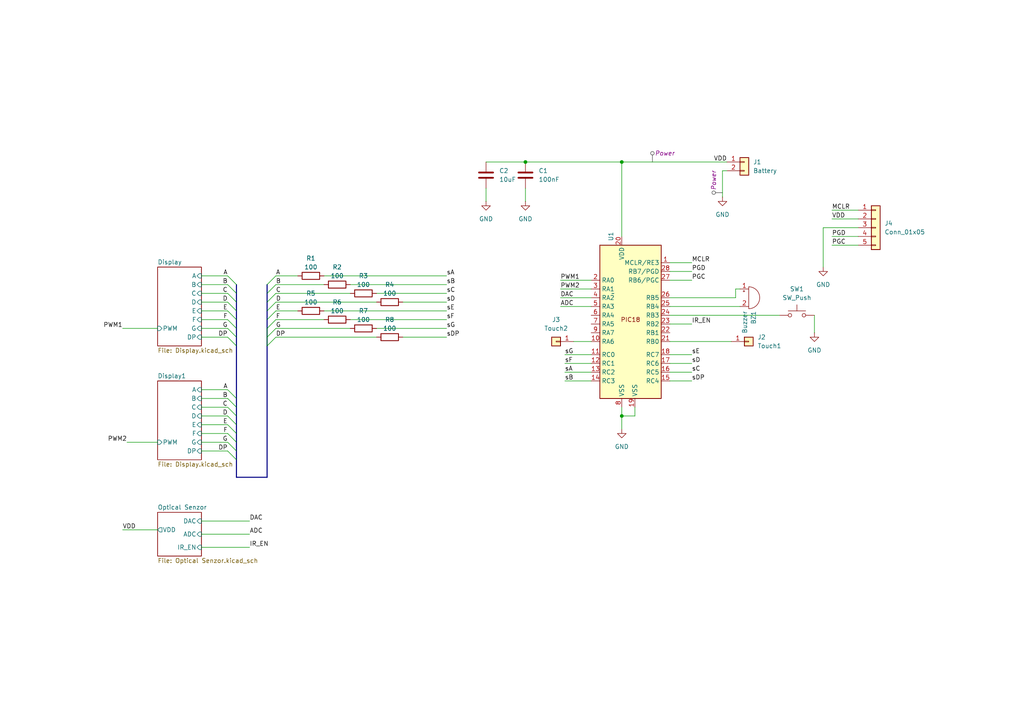
<source format=kicad_sch>
(kicad_sch
	(version 20231120)
	(generator "eeschema")
	(generator_version "8.0")
	(uuid "718be7b4-93f7-4d64-90f9-01275ea500da")
	(paper "A4")
	(lib_symbols
		(symbol "Connector_Generic:Conn_01x01"
			(pin_names
				(offset 1.016) hide)
			(exclude_from_sim no)
			(in_bom yes)
			(on_board yes)
			(property "Reference" "J"
				(at 0 2.54 0)
				(effects
					(font
						(size 1.27 1.27)
					)
				)
			)
			(property "Value" "Conn_01x01"
				(at 0 -2.54 0)
				(effects
					(font
						(size 1.27 1.27)
					)
				)
			)
			(property "Footprint" ""
				(at 0 0 0)
				(effects
					(font
						(size 1.27 1.27)
					)
					(hide yes)
				)
			)
			(property "Datasheet" "~"
				(at 0 0 0)
				(effects
					(font
						(size 1.27 1.27)
					)
					(hide yes)
				)
			)
			(property "Description" "Generic connector, single row, 01x01, script generated (kicad-library-utils/schlib/autogen/connector/)"
				(at 0 0 0)
				(effects
					(font
						(size 1.27 1.27)
					)
					(hide yes)
				)
			)
			(property "ki_keywords" "connector"
				(at 0 0 0)
				(effects
					(font
						(size 1.27 1.27)
					)
					(hide yes)
				)
			)
			(property "ki_fp_filters" "Connector*:*_1x??_*"
				(at 0 0 0)
				(effects
					(font
						(size 1.27 1.27)
					)
					(hide yes)
				)
			)
			(symbol "Conn_01x01_1_1"
				(rectangle
					(start -1.27 0.127)
					(end 0 -0.127)
					(stroke
						(width 0.1524)
						(type default)
					)
					(fill
						(type none)
					)
				)
				(rectangle
					(start -1.27 1.27)
					(end 1.27 -1.27)
					(stroke
						(width 0.254)
						(type default)
					)
					(fill
						(type background)
					)
				)
				(pin passive line
					(at -5.08 0 0)
					(length 3.81)
					(name "Pin_1"
						(effects
							(font
								(size 1.27 1.27)
							)
						)
					)
					(number "1"
						(effects
							(font
								(size 1.27 1.27)
							)
						)
					)
				)
			)
		)
		(symbol "Connector_Generic:Conn_01x02"
			(pin_names
				(offset 1.016) hide)
			(exclude_from_sim no)
			(in_bom yes)
			(on_board yes)
			(property "Reference" "J"
				(at 0 2.54 0)
				(effects
					(font
						(size 1.27 1.27)
					)
				)
			)
			(property "Value" "Conn_01x02"
				(at 0 -5.08 0)
				(effects
					(font
						(size 1.27 1.27)
					)
				)
			)
			(property "Footprint" ""
				(at 0 0 0)
				(effects
					(font
						(size 1.27 1.27)
					)
					(hide yes)
				)
			)
			(property "Datasheet" "~"
				(at 0 0 0)
				(effects
					(font
						(size 1.27 1.27)
					)
					(hide yes)
				)
			)
			(property "Description" "Generic connector, single row, 01x02, script generated (kicad-library-utils/schlib/autogen/connector/)"
				(at 0 0 0)
				(effects
					(font
						(size 1.27 1.27)
					)
					(hide yes)
				)
			)
			(property "ki_keywords" "connector"
				(at 0 0 0)
				(effects
					(font
						(size 1.27 1.27)
					)
					(hide yes)
				)
			)
			(property "ki_fp_filters" "Connector*:*_1x??_*"
				(at 0 0 0)
				(effects
					(font
						(size 1.27 1.27)
					)
					(hide yes)
				)
			)
			(symbol "Conn_01x02_1_1"
				(rectangle
					(start -1.27 -2.413)
					(end 0 -2.667)
					(stroke
						(width 0.1524)
						(type default)
					)
					(fill
						(type none)
					)
				)
				(rectangle
					(start -1.27 0.127)
					(end 0 -0.127)
					(stroke
						(width 0.1524)
						(type default)
					)
					(fill
						(type none)
					)
				)
				(rectangle
					(start -1.27 1.27)
					(end 1.27 -3.81)
					(stroke
						(width 0.254)
						(type default)
					)
					(fill
						(type background)
					)
				)
				(pin passive line
					(at -5.08 0 0)
					(length 3.81)
					(name "Pin_1"
						(effects
							(font
								(size 1.27 1.27)
							)
						)
					)
					(number "1"
						(effects
							(font
								(size 1.27 1.27)
							)
						)
					)
				)
				(pin passive line
					(at -5.08 -2.54 0)
					(length 3.81)
					(name "Pin_2"
						(effects
							(font
								(size 1.27 1.27)
							)
						)
					)
					(number "2"
						(effects
							(font
								(size 1.27 1.27)
							)
						)
					)
				)
			)
		)
		(symbol "Connector_Generic:Conn_01x05"
			(pin_names
				(offset 1.016) hide)
			(exclude_from_sim no)
			(in_bom yes)
			(on_board yes)
			(property "Reference" "J"
				(at 0 7.62 0)
				(effects
					(font
						(size 1.27 1.27)
					)
				)
			)
			(property "Value" "Conn_01x05"
				(at 0 -7.62 0)
				(effects
					(font
						(size 1.27 1.27)
					)
				)
			)
			(property "Footprint" ""
				(at 0 0 0)
				(effects
					(font
						(size 1.27 1.27)
					)
					(hide yes)
				)
			)
			(property "Datasheet" "~"
				(at 0 0 0)
				(effects
					(font
						(size 1.27 1.27)
					)
					(hide yes)
				)
			)
			(property "Description" "Generic connector, single row, 01x05, script generated (kicad-library-utils/schlib/autogen/connector/)"
				(at 0 0 0)
				(effects
					(font
						(size 1.27 1.27)
					)
					(hide yes)
				)
			)
			(property "ki_keywords" "connector"
				(at 0 0 0)
				(effects
					(font
						(size 1.27 1.27)
					)
					(hide yes)
				)
			)
			(property "ki_fp_filters" "Connector*:*_1x??_*"
				(at 0 0 0)
				(effects
					(font
						(size 1.27 1.27)
					)
					(hide yes)
				)
			)
			(symbol "Conn_01x05_1_1"
				(rectangle
					(start -1.27 -4.953)
					(end 0 -5.207)
					(stroke
						(width 0.1524)
						(type default)
					)
					(fill
						(type none)
					)
				)
				(rectangle
					(start -1.27 -2.413)
					(end 0 -2.667)
					(stroke
						(width 0.1524)
						(type default)
					)
					(fill
						(type none)
					)
				)
				(rectangle
					(start -1.27 0.127)
					(end 0 -0.127)
					(stroke
						(width 0.1524)
						(type default)
					)
					(fill
						(type none)
					)
				)
				(rectangle
					(start -1.27 2.667)
					(end 0 2.413)
					(stroke
						(width 0.1524)
						(type default)
					)
					(fill
						(type none)
					)
				)
				(rectangle
					(start -1.27 5.207)
					(end 0 4.953)
					(stroke
						(width 0.1524)
						(type default)
					)
					(fill
						(type none)
					)
				)
				(rectangle
					(start -1.27 6.35)
					(end 1.27 -6.35)
					(stroke
						(width 0.254)
						(type default)
					)
					(fill
						(type background)
					)
				)
				(pin passive line
					(at -5.08 5.08 0)
					(length 3.81)
					(name "Pin_1"
						(effects
							(font
								(size 1.27 1.27)
							)
						)
					)
					(number "1"
						(effects
							(font
								(size 1.27 1.27)
							)
						)
					)
				)
				(pin passive line
					(at -5.08 2.54 0)
					(length 3.81)
					(name "Pin_2"
						(effects
							(font
								(size 1.27 1.27)
							)
						)
					)
					(number "2"
						(effects
							(font
								(size 1.27 1.27)
							)
						)
					)
				)
				(pin passive line
					(at -5.08 0 0)
					(length 3.81)
					(name "Pin_3"
						(effects
							(font
								(size 1.27 1.27)
							)
						)
					)
					(number "3"
						(effects
							(font
								(size 1.27 1.27)
							)
						)
					)
				)
				(pin passive line
					(at -5.08 -2.54 0)
					(length 3.81)
					(name "Pin_4"
						(effects
							(font
								(size 1.27 1.27)
							)
						)
					)
					(number "4"
						(effects
							(font
								(size 1.27 1.27)
							)
						)
					)
				)
				(pin passive line
					(at -5.08 -5.08 0)
					(length 3.81)
					(name "Pin_5"
						(effects
							(font
								(size 1.27 1.27)
							)
						)
					)
					(number "5"
						(effects
							(font
								(size 1.27 1.27)
							)
						)
					)
				)
			)
		)
		(symbol "Device:Buzzer"
			(pin_names
				(offset 0.0254) hide)
			(exclude_from_sim no)
			(in_bom yes)
			(on_board yes)
			(property "Reference" "BZ"
				(at 3.81 1.27 0)
				(effects
					(font
						(size 1.27 1.27)
					)
					(justify left)
				)
			)
			(property "Value" "Buzzer"
				(at 3.81 -1.27 0)
				(effects
					(font
						(size 1.27 1.27)
					)
					(justify left)
				)
			)
			(property "Footprint" ""
				(at -0.635 2.54 90)
				(effects
					(font
						(size 1.27 1.27)
					)
					(hide yes)
				)
			)
			(property "Datasheet" "~"
				(at -0.635 2.54 90)
				(effects
					(font
						(size 1.27 1.27)
					)
					(hide yes)
				)
			)
			(property "Description" "Buzzer, polarized"
				(at 0 0 0)
				(effects
					(font
						(size 1.27 1.27)
					)
					(hide yes)
				)
			)
			(property "ki_keywords" "quartz resonator ceramic"
				(at 0 0 0)
				(effects
					(font
						(size 1.27 1.27)
					)
					(hide yes)
				)
			)
			(property "ki_fp_filters" "*Buzzer*"
				(at 0 0 0)
				(effects
					(font
						(size 1.27 1.27)
					)
					(hide yes)
				)
			)
			(symbol "Buzzer_0_1"
				(arc
					(start 0 -3.175)
					(mid 3.1612 0)
					(end 0 3.175)
					(stroke
						(width 0)
						(type default)
					)
					(fill
						(type none)
					)
				)
				(polyline
					(pts
						(xy -1.651 1.905) (xy -1.143 1.905)
					)
					(stroke
						(width 0)
						(type default)
					)
					(fill
						(type none)
					)
				)
				(polyline
					(pts
						(xy -1.397 2.159) (xy -1.397 1.651)
					)
					(stroke
						(width 0)
						(type default)
					)
					(fill
						(type none)
					)
				)
				(polyline
					(pts
						(xy 0 3.175) (xy 0 -3.175)
					)
					(stroke
						(width 0)
						(type default)
					)
					(fill
						(type none)
					)
				)
			)
			(symbol "Buzzer_1_1"
				(pin passive line
					(at -2.54 2.54 0)
					(length 2.54)
					(name "-"
						(effects
							(font
								(size 1.27 1.27)
							)
						)
					)
					(number "1"
						(effects
							(font
								(size 1.27 1.27)
							)
						)
					)
				)
				(pin passive line
					(at -2.54 -2.54 0)
					(length 2.54)
					(name "+"
						(effects
							(font
								(size 1.27 1.27)
							)
						)
					)
					(number "2"
						(effects
							(font
								(size 1.27 1.27)
							)
						)
					)
				)
			)
		)
		(symbol "Device:C"
			(pin_numbers hide)
			(pin_names
				(offset 0.254)
			)
			(exclude_from_sim no)
			(in_bom yes)
			(on_board yes)
			(property "Reference" "C"
				(at 0.635 2.54 0)
				(effects
					(font
						(size 1.27 1.27)
					)
					(justify left)
				)
			)
			(property "Value" "C"
				(at 0.635 -2.54 0)
				(effects
					(font
						(size 1.27 1.27)
					)
					(justify left)
				)
			)
			(property "Footprint" ""
				(at 0.9652 -3.81 0)
				(effects
					(font
						(size 1.27 1.27)
					)
					(hide yes)
				)
			)
			(property "Datasheet" "~"
				(at 0 0 0)
				(effects
					(font
						(size 1.27 1.27)
					)
					(hide yes)
				)
			)
			(property "Description" "Unpolarized capacitor"
				(at 0 0 0)
				(effects
					(font
						(size 1.27 1.27)
					)
					(hide yes)
				)
			)
			(property "ki_keywords" "cap capacitor"
				(at 0 0 0)
				(effects
					(font
						(size 1.27 1.27)
					)
					(hide yes)
				)
			)
			(property "ki_fp_filters" "C_*"
				(at 0 0 0)
				(effects
					(font
						(size 1.27 1.27)
					)
					(hide yes)
				)
			)
			(symbol "C_0_1"
				(polyline
					(pts
						(xy -2.032 -0.762) (xy 2.032 -0.762)
					)
					(stroke
						(width 0.508)
						(type default)
					)
					(fill
						(type none)
					)
				)
				(polyline
					(pts
						(xy -2.032 0.762) (xy 2.032 0.762)
					)
					(stroke
						(width 0.508)
						(type default)
					)
					(fill
						(type none)
					)
				)
			)
			(symbol "C_1_1"
				(pin passive line
					(at 0 3.81 270)
					(length 2.794)
					(name "~"
						(effects
							(font
								(size 1.27 1.27)
							)
						)
					)
					(number "1"
						(effects
							(font
								(size 1.27 1.27)
							)
						)
					)
				)
				(pin passive line
					(at 0 -3.81 90)
					(length 2.794)
					(name "~"
						(effects
							(font
								(size 1.27 1.27)
							)
						)
					)
					(number "2"
						(effects
							(font
								(size 1.27 1.27)
							)
						)
					)
				)
			)
		)
		(symbol "Device:R"
			(pin_numbers hide)
			(pin_names
				(offset 0)
			)
			(exclude_from_sim no)
			(in_bom yes)
			(on_board yes)
			(property "Reference" "R"
				(at 2.032 0 90)
				(effects
					(font
						(size 1.27 1.27)
					)
				)
			)
			(property "Value" "R"
				(at 0 0 90)
				(effects
					(font
						(size 1.27 1.27)
					)
				)
			)
			(property "Footprint" ""
				(at -1.778 0 90)
				(effects
					(font
						(size 1.27 1.27)
					)
					(hide yes)
				)
			)
			(property "Datasheet" "~"
				(at 0 0 0)
				(effects
					(font
						(size 1.27 1.27)
					)
					(hide yes)
				)
			)
			(property "Description" "Resistor"
				(at 0 0 0)
				(effects
					(font
						(size 1.27 1.27)
					)
					(hide yes)
				)
			)
			(property "ki_keywords" "R res resistor"
				(at 0 0 0)
				(effects
					(font
						(size 1.27 1.27)
					)
					(hide yes)
				)
			)
			(property "ki_fp_filters" "R_*"
				(at 0 0 0)
				(effects
					(font
						(size 1.27 1.27)
					)
					(hide yes)
				)
			)
			(symbol "R_0_1"
				(rectangle
					(start -1.016 -2.54)
					(end 1.016 2.54)
					(stroke
						(width 0.254)
						(type default)
					)
					(fill
						(type none)
					)
				)
			)
			(symbol "R_1_1"
				(pin passive line
					(at 0 3.81 270)
					(length 1.27)
					(name "~"
						(effects
							(font
								(size 1.27 1.27)
							)
						)
					)
					(number "1"
						(effects
							(font
								(size 1.27 1.27)
							)
						)
					)
				)
				(pin passive line
					(at 0 -3.81 90)
					(length 1.27)
					(name "~"
						(effects
							(font
								(size 1.27 1.27)
							)
						)
					)
					(number "2"
						(effects
							(font
								(size 1.27 1.27)
							)
						)
					)
				)
			)
		)
		(symbol "PIC_MCU:PIC18LF26K22-I/SO"
			(exclude_from_sim no)
			(in_bom yes)
			(on_board yes)
			(property "Reference" "U"
				(at -1.27 22.86 0)
				(effects
					(font
						(size 1.27 1.27)
					)
				)
			)
			(property "Value" ""
				(at -5.08 7.62 0)
				(effects
					(font
						(size 1.27 1.27)
					)
				)
			)
			(property "Footprint" ""
				(at -5.08 7.62 0)
				(effects
					(font
						(size 1.27 1.27)
					)
					(hide yes)
				)
			)
			(property "Datasheet" ""
				(at -5.08 7.62 0)
				(effects
					(font
						(size 1.27 1.27)
					)
					(hide yes)
				)
			)
			(property "Description" ""
				(at 0 0 0)
				(effects
					(font
						(size 1.27 1.27)
					)
					(hide yes)
				)
			)
			(symbol "PIC18LF26K22-I/SO_1_1"
				(rectangle
					(start -8.89 21.59)
					(end 8.89 -22.86)
					(stroke
						(width 0.254)
						(type default)
					)
					(fill
						(type background)
					)
				)
				(text "PIC18"
					(at 0 0 0)
					(effects
						(font
							(size 1.27 1.27)
						)
					)
				)
				(pin bidirectional line
					(at 11.43 16.51 180)
					(length 2.54)
					(name "MCLR/RE3"
						(effects
							(font
								(size 1.27 1.27)
							)
						)
					)
					(number "1"
						(effects
							(font
								(size 1.27 1.27)
							)
						)
					)
				)
				(pin bidirectional line
					(at -11.43 -6.35 0)
					(length 2.54)
					(name "RA6"
						(effects
							(font
								(size 1.27 1.27)
							)
						)
					)
					(number "10"
						(effects
							(font
								(size 1.27 1.27)
							)
						)
					)
				)
				(pin bidirectional line
					(at -11.43 -10.16 0)
					(length 2.54)
					(name "RC0"
						(effects
							(font
								(size 1.27 1.27)
							)
						)
					)
					(number "11"
						(effects
							(font
								(size 1.27 1.27)
							)
						)
					)
				)
				(pin bidirectional line
					(at -11.43 -12.7 0)
					(length 2.54)
					(name "RC1"
						(effects
							(font
								(size 1.27 1.27)
							)
						)
					)
					(number "12"
						(effects
							(font
								(size 1.27 1.27)
							)
						)
					)
				)
				(pin bidirectional line
					(at -11.43 -15.24 0)
					(length 2.54)
					(name "RC2"
						(effects
							(font
								(size 1.27 1.27)
							)
						)
					)
					(number "13"
						(effects
							(font
								(size 1.27 1.27)
							)
						)
					)
				)
				(pin bidirectional line
					(at -11.43 -17.78 0)
					(length 2.54)
					(name "RC3"
						(effects
							(font
								(size 1.27 1.27)
							)
						)
					)
					(number "14"
						(effects
							(font
								(size 1.27 1.27)
							)
						)
					)
				)
				(pin bidirectional line
					(at 11.43 -17.78 180)
					(length 2.54)
					(name "RC4"
						(effects
							(font
								(size 1.27 1.27)
							)
						)
					)
					(number "15"
						(effects
							(font
								(size 1.27 1.27)
							)
						)
					)
				)
				(pin bidirectional line
					(at 11.43 -15.24 180)
					(length 2.54)
					(name "RC5"
						(effects
							(font
								(size 1.27 1.27)
							)
						)
					)
					(number "16"
						(effects
							(font
								(size 1.27 1.27)
							)
						)
					)
				)
				(pin bidirectional line
					(at 11.43 -12.7 180)
					(length 2.54)
					(name "RC6"
						(effects
							(font
								(size 1.27 1.27)
							)
						)
					)
					(number "17"
						(effects
							(font
								(size 1.27 1.27)
							)
						)
					)
				)
				(pin bidirectional line
					(at 11.43 -10.16 180)
					(length 2.54)
					(name "RC7"
						(effects
							(font
								(size 1.27 1.27)
							)
						)
					)
					(number "18"
						(effects
							(font
								(size 1.27 1.27)
							)
						)
					)
				)
				(pin power_in line
					(at 1.27 -25.4 90)
					(length 2.54)
					(name "VSS"
						(effects
							(font
								(size 1.27 1.27)
							)
						)
					)
					(number "19"
						(effects
							(font
								(size 1.27 1.27)
							)
						)
					)
				)
				(pin bidirectional line
					(at -11.43 11.43 0)
					(length 2.54)
					(name "RA0"
						(effects
							(font
								(size 1.27 1.27)
							)
						)
					)
					(number "2"
						(effects
							(font
								(size 1.27 1.27)
							)
						)
					)
				)
				(pin power_in line
					(at -2.54 24.13 270)
					(length 2.54)
					(name "VDD"
						(effects
							(font
								(size 1.27 1.27)
							)
						)
					)
					(number "20"
						(effects
							(font
								(size 1.27 1.27)
							)
						)
					)
				)
				(pin bidirectional line
					(at 11.43 -6.35 180)
					(length 2.54)
					(name "RB0"
						(effects
							(font
								(size 1.27 1.27)
							)
						)
					)
					(number "21"
						(effects
							(font
								(size 1.27 1.27)
							)
						)
					)
				)
				(pin bidirectional line
					(at 11.43 -3.81 180)
					(length 2.54)
					(name "RB1"
						(effects
							(font
								(size 1.27 1.27)
							)
						)
					)
					(number "22"
						(effects
							(font
								(size 1.27 1.27)
							)
						)
					)
				)
				(pin bidirectional line
					(at 11.43 -1.27 180)
					(length 2.54)
					(name "RB2"
						(effects
							(font
								(size 1.27 1.27)
							)
						)
					)
					(number "23"
						(effects
							(font
								(size 1.27 1.27)
							)
						)
					)
				)
				(pin bidirectional line
					(at 11.43 1.27 180)
					(length 2.54)
					(name "RB3"
						(effects
							(font
								(size 1.27 1.27)
							)
						)
					)
					(number "24"
						(effects
							(font
								(size 1.27 1.27)
							)
						)
					)
				)
				(pin bidirectional line
					(at 11.43 3.81 180)
					(length 2.54)
					(name "RB4"
						(effects
							(font
								(size 1.27 1.27)
							)
						)
					)
					(number "25"
						(effects
							(font
								(size 1.27 1.27)
							)
						)
					)
				)
				(pin bidirectional line
					(at 11.43 6.35 180)
					(length 2.54)
					(name "RB5"
						(effects
							(font
								(size 1.27 1.27)
							)
						)
					)
					(number "26"
						(effects
							(font
								(size 1.27 1.27)
							)
						)
					)
				)
				(pin bidirectional line
					(at 11.43 11.43 180)
					(length 2.54)
					(name "RB6/PGC"
						(effects
							(font
								(size 1.27 1.27)
							)
						)
					)
					(number "27"
						(effects
							(font
								(size 1.27 1.27)
							)
						)
					)
				)
				(pin bidirectional line
					(at 11.43 13.97 180)
					(length 2.54)
					(name "RB7/PGD"
						(effects
							(font
								(size 1.27 1.27)
							)
						)
					)
					(number "28"
						(effects
							(font
								(size 1.27 1.27)
							)
						)
					)
				)
				(pin bidirectional line
					(at -11.43 8.89 0)
					(length 2.54)
					(name "RA1"
						(effects
							(font
								(size 1.27 1.27)
							)
						)
					)
					(number "3"
						(effects
							(font
								(size 1.27 1.27)
							)
						)
					)
				)
				(pin bidirectional line
					(at -11.43 6.35 0)
					(length 2.54)
					(name "RA2"
						(effects
							(font
								(size 1.27 1.27)
							)
						)
					)
					(number "4"
						(effects
							(font
								(size 1.27 1.27)
							)
						)
					)
				)
				(pin bidirectional line
					(at -11.43 3.81 0)
					(length 2.54)
					(name "RA3"
						(effects
							(font
								(size 1.27 1.27)
							)
						)
					)
					(number "5"
						(effects
							(font
								(size 1.27 1.27)
							)
						)
					)
				)
				(pin bidirectional line
					(at -11.43 1.27 0)
					(length 2.54)
					(name "RA4"
						(effects
							(font
								(size 1.27 1.27)
							)
						)
					)
					(number "6"
						(effects
							(font
								(size 1.27 1.27)
							)
						)
					)
				)
				(pin bidirectional line
					(at -11.43 -1.27 0)
					(length 2.54)
					(name "RA5"
						(effects
							(font
								(size 1.27 1.27)
							)
						)
					)
					(number "7"
						(effects
							(font
								(size 1.27 1.27)
							)
						)
					)
				)
				(pin power_in line
					(at -2.54 -25.4 90)
					(length 2.54)
					(name "VSS"
						(effects
							(font
								(size 1.27 1.27)
							)
						)
					)
					(number "8"
						(effects
							(font
								(size 1.27 1.27)
							)
						)
					)
				)
				(pin bidirectional line
					(at -11.43 -3.81 0)
					(length 2.54)
					(name "RA7"
						(effects
							(font
								(size 1.27 1.27)
							)
						)
					)
					(number "9"
						(effects
							(font
								(size 1.27 1.27)
							)
						)
					)
				)
			)
		)
		(symbol "Switch:SW_Push"
			(pin_numbers hide)
			(pin_names
				(offset 1.016) hide)
			(exclude_from_sim no)
			(in_bom yes)
			(on_board yes)
			(property "Reference" "SW"
				(at 1.27 2.54 0)
				(effects
					(font
						(size 1.27 1.27)
					)
					(justify left)
				)
			)
			(property "Value" "SW_Push"
				(at 0 -1.524 0)
				(effects
					(font
						(size 1.27 1.27)
					)
				)
			)
			(property "Footprint" ""
				(at 0 5.08 0)
				(effects
					(font
						(size 1.27 1.27)
					)
					(hide yes)
				)
			)
			(property "Datasheet" "~"
				(at 0 5.08 0)
				(effects
					(font
						(size 1.27 1.27)
					)
					(hide yes)
				)
			)
			(property "Description" "Push button switch, generic, two pins"
				(at 0 0 0)
				(effects
					(font
						(size 1.27 1.27)
					)
					(hide yes)
				)
			)
			(property "ki_keywords" "switch normally-open pushbutton push-button"
				(at 0 0 0)
				(effects
					(font
						(size 1.27 1.27)
					)
					(hide yes)
				)
			)
			(symbol "SW_Push_0_1"
				(circle
					(center -2.032 0)
					(radius 0.508)
					(stroke
						(width 0)
						(type default)
					)
					(fill
						(type none)
					)
				)
				(polyline
					(pts
						(xy 0 1.27) (xy 0 3.048)
					)
					(stroke
						(width 0)
						(type default)
					)
					(fill
						(type none)
					)
				)
				(polyline
					(pts
						(xy 2.54 1.27) (xy -2.54 1.27)
					)
					(stroke
						(width 0)
						(type default)
					)
					(fill
						(type none)
					)
				)
				(circle
					(center 2.032 0)
					(radius 0.508)
					(stroke
						(width 0)
						(type default)
					)
					(fill
						(type none)
					)
				)
				(pin passive line
					(at -5.08 0 0)
					(length 2.54)
					(name "1"
						(effects
							(font
								(size 1.27 1.27)
							)
						)
					)
					(number "1"
						(effects
							(font
								(size 1.27 1.27)
							)
						)
					)
				)
				(pin passive line
					(at 5.08 0 180)
					(length 2.54)
					(name "2"
						(effects
							(font
								(size 1.27 1.27)
							)
						)
					)
					(number "2"
						(effects
							(font
								(size 1.27 1.27)
							)
						)
					)
				)
			)
		)
		(symbol "power:GND"
			(power)
			(pin_numbers hide)
			(pin_names
				(offset 0) hide)
			(exclude_from_sim no)
			(in_bom yes)
			(on_board yes)
			(property "Reference" "#PWR"
				(at 0 -6.35 0)
				(effects
					(font
						(size 1.27 1.27)
					)
					(hide yes)
				)
			)
			(property "Value" "GND"
				(at 0 -3.81 0)
				(effects
					(font
						(size 1.27 1.27)
					)
				)
			)
			(property "Footprint" ""
				(at 0 0 0)
				(effects
					(font
						(size 1.27 1.27)
					)
					(hide yes)
				)
			)
			(property "Datasheet" ""
				(at 0 0 0)
				(effects
					(font
						(size 1.27 1.27)
					)
					(hide yes)
				)
			)
			(property "Description" "Power symbol creates a global label with name \"GND\" , ground"
				(at 0 0 0)
				(effects
					(font
						(size 1.27 1.27)
					)
					(hide yes)
				)
			)
			(property "ki_keywords" "global power"
				(at 0 0 0)
				(effects
					(font
						(size 1.27 1.27)
					)
					(hide yes)
				)
			)
			(symbol "GND_0_1"
				(polyline
					(pts
						(xy 0 0) (xy 0 -1.27) (xy 1.27 -1.27) (xy 0 -2.54) (xy -1.27 -1.27) (xy 0 -1.27)
					)
					(stroke
						(width 0)
						(type default)
					)
					(fill
						(type none)
					)
				)
			)
			(symbol "GND_1_1"
				(pin power_in line
					(at 0 0 270)
					(length 0)
					(name "~"
						(effects
							(font
								(size 1.27 1.27)
							)
						)
					)
					(number "1"
						(effects
							(font
								(size 1.27 1.27)
							)
						)
					)
				)
			)
		)
	)
	(junction
		(at 180.34 120.65)
		(diameter 0)
		(color 0 0 0 0)
		(uuid "7a4d7042-74c8-411c-ad95-a9897ffed438")
	)
	(junction
		(at 152.4 46.99)
		(diameter 0)
		(color 0 0 0 0)
		(uuid "99621065-7ccf-4d1b-a73f-2233c810b5b1")
	)
	(junction
		(at 180.34 46.99)
		(diameter 0)
		(color 0 0 0 0)
		(uuid "ffe07d9b-5ec6-4c05-abf3-1ace4c44805e")
	)
	(bus_entry
		(at 80.01 97.79)
		(size -2.54 2.54)
		(stroke
			(width 0)
			(type default)
		)
		(uuid "005c6cca-7c76-489e-9932-5fdffcb1343a")
	)
	(bus_entry
		(at 66.04 80.01)
		(size 2.54 2.54)
		(stroke
			(width 0)
			(type default)
		)
		(uuid "05766be7-2d56-490c-bcfc-6da75ac3cc41")
	)
	(bus_entry
		(at 66.04 130.81)
		(size 2.54 2.54)
		(stroke
			(width 0)
			(type default)
		)
		(uuid "062e02e1-c533-4277-9d89-9763ec1aa6eb")
	)
	(bus_entry
		(at 66.04 120.65)
		(size 2.54 2.54)
		(stroke
			(width 0)
			(type default)
		)
		(uuid "0ed1557a-f6d5-4851-a366-7a836f841645")
	)
	(bus_entry
		(at 80.01 90.17)
		(size -2.54 2.54)
		(stroke
			(width 0)
			(type default)
		)
		(uuid "15f5b8a9-9862-4af6-b3e8-b13b341169a4")
	)
	(bus_entry
		(at 80.01 92.71)
		(size -2.54 2.54)
		(stroke
			(width 0)
			(type default)
		)
		(uuid "20264123-8ba5-4d1c-ba38-dee91db900e8")
	)
	(bus_entry
		(at 66.04 128.27)
		(size 2.54 2.54)
		(stroke
			(width 0)
			(type default)
		)
		(uuid "247fbc0c-bcb3-4a12-8a4e-4e237c17fbc0")
	)
	(bus_entry
		(at 66.04 95.25)
		(size 2.54 2.54)
		(stroke
			(width 0)
			(type default)
		)
		(uuid "263597c5-19df-42bd-8c58-d60435384053")
	)
	(bus_entry
		(at 80.01 85.09)
		(size -2.54 2.54)
		(stroke
			(width 0)
			(type default)
		)
		(uuid "4c065728-f8ea-428d-86cf-948c5ddd9c75")
	)
	(bus_entry
		(at 66.04 85.09)
		(size 2.54 2.54)
		(stroke
			(width 0)
			(type default)
		)
		(uuid "53445694-6aae-4c79-bbc1-b5ee5104dc10")
	)
	(bus_entry
		(at 80.01 80.01)
		(size -2.54 2.54)
		(stroke
			(width 0)
			(type default)
		)
		(uuid "557edb26-b418-415c-a462-4e3aef312710")
	)
	(bus_entry
		(at 80.01 87.63)
		(size -2.54 2.54)
		(stroke
			(width 0)
			(type default)
		)
		(uuid "5a5e6f53-7513-4b4a-968c-4897cb3dedcb")
	)
	(bus_entry
		(at 66.04 87.63)
		(size 2.54 2.54)
		(stroke
			(width 0)
			(type default)
		)
		(uuid "7757b707-5dd4-44b0-9dc2-c5cd0a267d95")
	)
	(bus_entry
		(at 66.04 97.79)
		(size 2.54 2.54)
		(stroke
			(width 0)
			(type default)
		)
		(uuid "8ff8cbe2-fcce-48bb-88a1-55459e6c8018")
	)
	(bus_entry
		(at 66.04 113.03)
		(size 2.54 2.54)
		(stroke
			(width 0)
			(type default)
		)
		(uuid "9ce52288-169e-4065-9f17-fdd2640571ce")
	)
	(bus_entry
		(at 66.04 82.55)
		(size 2.54 2.54)
		(stroke
			(width 0)
			(type default)
		)
		(uuid "ac5df90b-27f8-4e5c-b131-205a5af8651e")
	)
	(bus_entry
		(at 66.04 125.73)
		(size 2.54 2.54)
		(stroke
			(width 0)
			(type default)
		)
		(uuid "bfd6b9b1-16a8-4b00-a4a0-9fdf099eb74a")
	)
	(bus_entry
		(at 80.01 95.25)
		(size -2.54 2.54)
		(stroke
			(width 0)
			(type default)
		)
		(uuid "c03c1f40-5911-4af4-b2da-e7f52c320cdd")
	)
	(bus_entry
		(at 66.04 90.17)
		(size 2.54 2.54)
		(stroke
			(width 0)
			(type default)
		)
		(uuid "c1e0fff0-9de0-49d3-872a-64a4f4aebb45")
	)
	(bus_entry
		(at 80.01 82.55)
		(size -2.54 2.54)
		(stroke
			(width 0)
			(type default)
		)
		(uuid "d1782e47-a2e2-4241-b425-69dd646efaf6")
	)
	(bus_entry
		(at 66.04 92.71)
		(size 2.54 2.54)
		(stroke
			(width 0)
			(type default)
		)
		(uuid "d21dd7d9-dd8f-4e00-8fb8-259cd9799804")
	)
	(bus_entry
		(at 66.04 118.11)
		(size 2.54 2.54)
		(stroke
			(width 0)
			(type default)
		)
		(uuid "ed247746-60ac-4a61-a3de-27bc670aa728")
	)
	(bus_entry
		(at 66.04 123.19)
		(size 2.54 2.54)
		(stroke
			(width 0)
			(type default)
		)
		(uuid "f3527055-813c-4f07-959b-5f090dab0d95")
	)
	(bus_entry
		(at 66.04 115.57)
		(size 2.54 2.54)
		(stroke
			(width 0)
			(type default)
		)
		(uuid "f63d05ef-b587-47f5-8ea5-e919e9f50037")
	)
	(wire
		(pts
			(xy 66.04 113.03) (xy 58.42 113.03)
		)
		(stroke
			(width 0)
			(type default)
		)
		(uuid "002e4b0d-88db-4e7b-9a45-6ef6f91ac788")
	)
	(wire
		(pts
			(xy 163.83 110.49) (xy 171.45 110.49)
		)
		(stroke
			(width 0)
			(type default)
		)
		(uuid "0076e8d4-6d36-4e8f-8574-d1234a47acf3")
	)
	(wire
		(pts
			(xy 45.72 128.27) (xy 36.83 128.27)
		)
		(stroke
			(width 0)
			(type default)
		)
		(uuid "018a93b1-4a63-420e-ab0e-e8e76ae07623")
	)
	(bus
		(pts
			(xy 68.58 97.79) (xy 68.58 100.33)
		)
		(stroke
			(width 0)
			(type default)
		)
		(uuid "04ab89a0-1d4c-4872-926e-6a422618ae6a")
	)
	(wire
		(pts
			(xy 162.56 83.82) (xy 171.45 83.82)
		)
		(stroke
			(width 0)
			(type default)
		)
		(uuid "050430ae-d6fd-46fc-b09d-ac3c620280ba")
	)
	(wire
		(pts
			(xy 116.84 97.79) (xy 129.54 97.79)
		)
		(stroke
			(width 0)
			(type default)
		)
		(uuid "06928b83-d0c5-4233-a879-48b6ae2b1dca")
	)
	(wire
		(pts
			(xy 80.01 95.25) (xy 101.6 95.25)
		)
		(stroke
			(width 0)
			(type default)
		)
		(uuid "090b59d8-9dc0-4afc-8aeb-36d959074013")
	)
	(wire
		(pts
			(xy 80.01 92.71) (xy 93.98 92.71)
		)
		(stroke
			(width 0)
			(type default)
		)
		(uuid "093df1a8-9d59-444d-abc6-57c0f806c8fc")
	)
	(bus
		(pts
			(xy 68.58 138.43) (xy 77.47 138.43)
		)
		(stroke
			(width 0)
			(type default)
		)
		(uuid "0b0e6609-27c1-4fc9-a6c0-5d12987f0cfc")
	)
	(bus
		(pts
			(xy 77.47 92.71) (xy 77.47 95.25)
		)
		(stroke
			(width 0)
			(type default)
		)
		(uuid "0b23fac4-a3a7-48db-9239-7d5caaf159aa")
	)
	(wire
		(pts
			(xy 66.04 87.63) (xy 58.42 87.63)
		)
		(stroke
			(width 0)
			(type default)
		)
		(uuid "0bd7565e-6441-4e9a-afe1-936af381ac03")
	)
	(wire
		(pts
			(xy 66.04 115.57) (xy 58.42 115.57)
		)
		(stroke
			(width 0)
			(type default)
		)
		(uuid "14609d06-e84c-4f47-9034-bf72190f72ef")
	)
	(wire
		(pts
			(xy 80.01 85.09) (xy 101.6 85.09)
		)
		(stroke
			(width 0)
			(type default)
		)
		(uuid "168812cc-14ac-470c-9e32-a3b04bfd3014")
	)
	(wire
		(pts
			(xy 210.82 49.53) (xy 209.55 49.53)
		)
		(stroke
			(width 0)
			(type default)
		)
		(uuid "17b319c8-3252-4680-9861-89c9182895b1")
	)
	(wire
		(pts
			(xy 66.04 120.65) (xy 58.42 120.65)
		)
		(stroke
			(width 0)
			(type default)
		)
		(uuid "18001c5a-aecb-469b-944c-586e87f5b67c")
	)
	(wire
		(pts
			(xy 194.31 81.28) (xy 200.66 81.28)
		)
		(stroke
			(width 0)
			(type default)
		)
		(uuid "194580cf-2ddd-4f3a-8cc0-a1e0f427f924")
	)
	(wire
		(pts
			(xy 194.31 99.06) (xy 212.09 99.06)
		)
		(stroke
			(width 0)
			(type default)
		)
		(uuid "1c0e8542-8c8a-41d0-a9c0-f6edc3c05a3c")
	)
	(bus
		(pts
			(xy 77.47 90.17) (xy 77.47 92.71)
		)
		(stroke
			(width 0)
			(type default)
		)
		(uuid "1d85a32a-dd25-4338-83f8-4fa5ebe8b090")
	)
	(wire
		(pts
			(xy 66.04 130.81) (xy 58.42 130.81)
		)
		(stroke
			(width 0)
			(type default)
		)
		(uuid "1e8ace9c-969b-4b9c-a180-b91b1c3ba4b5")
	)
	(wire
		(pts
			(xy 194.31 78.74) (xy 200.66 78.74)
		)
		(stroke
			(width 0)
			(type default)
		)
		(uuid "1f112590-576e-4c82-aef1-45c1bf95e3a0")
	)
	(wire
		(pts
			(xy 241.3 63.5) (xy 248.92 63.5)
		)
		(stroke
			(width 0)
			(type default)
		)
		(uuid "21c65d41-af1e-4c4a-8778-d76314020659")
	)
	(wire
		(pts
			(xy 80.01 87.63) (xy 109.22 87.63)
		)
		(stroke
			(width 0)
			(type default)
		)
		(uuid "25a2cd6d-4bf9-496b-bae3-b430bffead9a")
	)
	(wire
		(pts
			(xy 163.83 102.87) (xy 171.45 102.87)
		)
		(stroke
			(width 0)
			(type default)
		)
		(uuid "26afd30d-1d7a-4d72-bb1d-d2c87cff61e0")
	)
	(wire
		(pts
			(xy 58.42 158.75) (xy 72.39 158.75)
		)
		(stroke
			(width 0)
			(type default)
		)
		(uuid "272ea8fb-9ac6-4e80-8016-c428f582533e")
	)
	(wire
		(pts
			(xy 109.22 85.09) (xy 129.54 85.09)
		)
		(stroke
			(width 0)
			(type default)
		)
		(uuid "27d5b80b-9ae0-4e8b-824c-ed2187d73830")
	)
	(wire
		(pts
			(xy 194.31 105.41) (xy 200.66 105.41)
		)
		(stroke
			(width 0)
			(type default)
		)
		(uuid "2a24067f-9ca9-477b-9b9e-1912cee0eb41")
	)
	(wire
		(pts
			(xy 66.04 82.55) (xy 58.42 82.55)
		)
		(stroke
			(width 0)
			(type default)
		)
		(uuid "379a9bdc-960f-449f-a491-2eca876d4305")
	)
	(wire
		(pts
			(xy 58.42 154.94) (xy 72.39 154.94)
		)
		(stroke
			(width 0)
			(type default)
		)
		(uuid "37a16db5-0b9a-411c-ae39-14deb71ed062")
	)
	(bus
		(pts
			(xy 68.58 125.73) (xy 68.58 128.27)
		)
		(stroke
			(width 0)
			(type default)
		)
		(uuid "37eefde2-01a8-4e1d-bb34-af26ce89b742")
	)
	(bus
		(pts
			(xy 68.58 90.17) (xy 68.58 92.71)
		)
		(stroke
			(width 0)
			(type default)
		)
		(uuid "3b0333b9-424a-4883-ae74-e811828a692d")
	)
	(bus
		(pts
			(xy 77.47 82.55) (xy 77.47 85.09)
		)
		(stroke
			(width 0)
			(type default)
		)
		(uuid "3c461201-db79-40ea-a2b6-763e95145170")
	)
	(wire
		(pts
			(xy 194.31 107.95) (xy 200.66 107.95)
		)
		(stroke
			(width 0)
			(type default)
		)
		(uuid "4614430c-5384-41c8-adac-45790519f03c")
	)
	(wire
		(pts
			(xy 129.54 92.71) (xy 101.6 92.71)
		)
		(stroke
			(width 0)
			(type default)
		)
		(uuid "46fc1831-45e0-4e26-ad38-e938e401c63b")
	)
	(wire
		(pts
			(xy 140.97 46.99) (xy 152.4 46.99)
		)
		(stroke
			(width 0)
			(type default)
		)
		(uuid "4baf1e5c-b412-4999-ab45-157fed162d66")
	)
	(wire
		(pts
			(xy 162.56 86.36) (xy 171.45 86.36)
		)
		(stroke
			(width 0)
			(type default)
		)
		(uuid "4c3a9636-da07-4ed1-9213-ee9eb7dbd04f")
	)
	(wire
		(pts
			(xy 152.4 46.99) (xy 180.34 46.99)
		)
		(stroke
			(width 0)
			(type default)
		)
		(uuid "4f30ba74-fd5d-4e9b-a496-e52aaa5493b4")
	)
	(wire
		(pts
			(xy 58.42 151.13) (xy 72.39 151.13)
		)
		(stroke
			(width 0)
			(type default)
		)
		(uuid "509a5d88-b6f6-4ba5-aadd-18648a37709e")
	)
	(wire
		(pts
			(xy 80.01 82.55) (xy 93.98 82.55)
		)
		(stroke
			(width 0)
			(type default)
		)
		(uuid "50aa0c5a-e1fd-4bbf-bc44-48a8447db420")
	)
	(wire
		(pts
			(xy 66.04 92.71) (xy 58.42 92.71)
		)
		(stroke
			(width 0)
			(type default)
		)
		(uuid "54eaaa7b-92a7-45a2-827f-3536c88b9eb9")
	)
	(bus
		(pts
			(xy 68.58 128.27) (xy 68.58 130.81)
		)
		(stroke
			(width 0)
			(type default)
		)
		(uuid "57e79761-544e-4747-87aa-48d7c3ee07b1")
	)
	(wire
		(pts
			(xy 66.04 90.17) (xy 58.42 90.17)
		)
		(stroke
			(width 0)
			(type default)
		)
		(uuid "5a2c9628-8d7e-4507-b3c2-05a22c9d535d")
	)
	(wire
		(pts
			(xy 180.34 120.65) (xy 180.34 124.46)
		)
		(stroke
			(width 0)
			(type default)
		)
		(uuid "5b82d16f-3422-4d44-bf4f-f2eb94f836d6")
	)
	(wire
		(pts
			(xy 66.04 118.11) (xy 58.42 118.11)
		)
		(stroke
			(width 0)
			(type default)
		)
		(uuid "5ed4e9ea-654e-413d-b30f-355e15d0e61f")
	)
	(bus
		(pts
			(xy 68.58 130.81) (xy 68.58 133.35)
		)
		(stroke
			(width 0)
			(type default)
		)
		(uuid "6186e8ed-e44d-488e-86e8-e983da0d1f55")
	)
	(wire
		(pts
			(xy 194.31 88.9) (xy 214.63 88.9)
		)
		(stroke
			(width 0)
			(type default)
		)
		(uuid "6327fbcb-0372-4268-95d4-8ee705da66f3")
	)
	(wire
		(pts
			(xy 129.54 95.25) (xy 109.22 95.25)
		)
		(stroke
			(width 0)
			(type default)
		)
		(uuid "63293ff1-e5a3-4872-861b-57e00c0fad8b")
	)
	(wire
		(pts
			(xy 66.04 128.27) (xy 58.42 128.27)
		)
		(stroke
			(width 0)
			(type default)
		)
		(uuid "63ec668a-ff7d-4901-b3b9-c7db7a41decc")
	)
	(bus
		(pts
			(xy 68.58 82.55) (xy 68.58 85.09)
		)
		(stroke
			(width 0)
			(type default)
		)
		(uuid "6a55111f-5530-4a0a-8c16-3a3ea715c170")
	)
	(bus
		(pts
			(xy 68.58 87.63) (xy 68.58 90.17)
		)
		(stroke
			(width 0)
			(type default)
		)
		(uuid "6d2416de-8055-464a-ac7b-f914dee1c9eb")
	)
	(wire
		(pts
			(xy 162.56 88.9) (xy 171.45 88.9)
		)
		(stroke
			(width 0)
			(type default)
		)
		(uuid "6e59410d-95ea-4b93-a243-c9bd1ed92413")
	)
	(wire
		(pts
			(xy 66.04 95.25) (xy 58.42 95.25)
		)
		(stroke
			(width 0)
			(type default)
		)
		(uuid "726bcdea-a65a-49a7-a334-ae98ec0994ae")
	)
	(wire
		(pts
			(xy 45.72 95.25) (xy 35.56 95.25)
		)
		(stroke
			(width 0)
			(type default)
		)
		(uuid "72db8f42-6d13-415e-88db-ff4333843af8")
	)
	(wire
		(pts
			(xy 180.34 120.65) (xy 184.15 120.65)
		)
		(stroke
			(width 0)
			(type default)
		)
		(uuid "73193bcd-45b4-4591-8a73-46e390b3bd04")
	)
	(wire
		(pts
			(xy 116.84 87.63) (xy 129.54 87.63)
		)
		(stroke
			(width 0)
			(type default)
		)
		(uuid "73ccdb15-d348-40d9-a648-ed41c24dcbf7")
	)
	(wire
		(pts
			(xy 66.04 123.19) (xy 58.42 123.19)
		)
		(stroke
			(width 0)
			(type default)
		)
		(uuid "76e74aa2-eba4-44b4-aee0-30f00c494913")
	)
	(bus
		(pts
			(xy 68.58 120.65) (xy 68.58 123.19)
		)
		(stroke
			(width 0)
			(type default)
		)
		(uuid "7c4c7652-7db6-4786-b96f-e9fa33cc1e20")
	)
	(bus
		(pts
			(xy 77.47 100.33) (xy 77.47 138.43)
		)
		(stroke
			(width 0)
			(type default)
		)
		(uuid "842629b3-dbe6-4d9d-8060-acc96b359472")
	)
	(wire
		(pts
			(xy 209.55 49.53) (xy 209.55 57.15)
		)
		(stroke
			(width 0)
			(type default)
		)
		(uuid "8ca10f81-b9e4-4947-8062-32eae4170ad7")
	)
	(wire
		(pts
			(xy 166.37 99.06) (xy 171.45 99.06)
		)
		(stroke
			(width 0)
			(type default)
		)
		(uuid "8e15e608-1b55-49f4-a742-3d36610d8c77")
	)
	(wire
		(pts
			(xy 248.92 66.04) (xy 238.76 66.04)
		)
		(stroke
			(width 0)
			(type default)
		)
		(uuid "94487d82-47db-412d-b6cc-3c7d6a6ba9be")
	)
	(wire
		(pts
			(xy 213.36 86.36) (xy 194.31 86.36)
		)
		(stroke
			(width 0)
			(type default)
		)
		(uuid "961fc220-c4a1-4b9c-ba0c-4d8026b8e26a")
	)
	(wire
		(pts
			(xy 66.04 97.79) (xy 58.42 97.79)
		)
		(stroke
			(width 0)
			(type default)
		)
		(uuid "96338dd5-68e5-48e8-8b8b-dd4bb2d843b9")
	)
	(wire
		(pts
			(xy 213.36 83.82) (xy 214.63 83.82)
		)
		(stroke
			(width 0)
			(type default)
		)
		(uuid "96fc2f9a-9471-48bd-aea7-b452e2f50f9f")
	)
	(wire
		(pts
			(xy 184.15 120.65) (xy 184.15 118.11)
		)
		(stroke
			(width 0)
			(type default)
		)
		(uuid "99eb8205-a2d8-4a12-951b-c86c47677b05")
	)
	(wire
		(pts
			(xy 162.56 81.28) (xy 171.45 81.28)
		)
		(stroke
			(width 0)
			(type default)
		)
		(uuid "9d778da7-e9a9-4869-adc0-4f09ab09bd5e")
	)
	(wire
		(pts
			(xy 129.54 82.55) (xy 101.6 82.55)
		)
		(stroke
			(width 0)
			(type default)
		)
		(uuid "a0ab8ae2-02b1-4ccf-95cd-af8663394422")
	)
	(wire
		(pts
			(xy 35.56 153.67) (xy 45.72 153.67)
		)
		(stroke
			(width 0)
			(type default)
		)
		(uuid "a0cde9eb-97fd-498f-914b-9669635cbda9")
	)
	(wire
		(pts
			(xy 80.01 97.79) (xy 109.22 97.79)
		)
		(stroke
			(width 0)
			(type default)
		)
		(uuid "a25f2b2a-32fe-4934-ad57-a2e9818eb565")
	)
	(wire
		(pts
			(xy 140.97 54.61) (xy 140.97 58.42)
		)
		(stroke
			(width 0)
			(type default)
		)
		(uuid "a281ee41-089a-4916-a6c5-f2a7d292149b")
	)
	(wire
		(pts
			(xy 213.36 83.82) (xy 213.36 86.36)
		)
		(stroke
			(width 0)
			(type default)
		)
		(uuid "a473584b-b05b-4874-adab-0652efd169ed")
	)
	(bus
		(pts
			(xy 77.47 87.63) (xy 77.47 90.17)
		)
		(stroke
			(width 0)
			(type default)
		)
		(uuid "a5c1f338-f841-4524-abf1-c2067aa29675")
	)
	(wire
		(pts
			(xy 236.22 91.44) (xy 236.22 96.52)
		)
		(stroke
			(width 0)
			(type default)
		)
		(uuid "a7e64656-b27e-48df-ba5c-a0c179cbf93b")
	)
	(wire
		(pts
			(xy 77.47 95.25) (xy 77.47 97.79)
		)
		(stroke
			(width 0)
			(type default)
		)
		(uuid "a89b248a-0d6a-4244-8f39-35daed605fc7")
	)
	(bus
		(pts
			(xy 77.47 97.79) (xy 77.47 100.33)
		)
		(stroke
			(width 0)
			(type default)
		)
		(uuid "a94b6975-4dfa-4213-a483-425a694e9efe")
	)
	(bus
		(pts
			(xy 68.58 92.71) (xy 68.58 95.25)
		)
		(stroke
			(width 0)
			(type default)
		)
		(uuid "a99f42d9-bd20-4834-82da-18983088349d")
	)
	(wire
		(pts
			(xy 129.54 80.01) (xy 93.98 80.01)
		)
		(stroke
			(width 0)
			(type default)
		)
		(uuid "aad1258c-b87b-4f1a-8a69-3542f44d66b0")
	)
	(wire
		(pts
			(xy 194.31 102.87) (xy 200.66 102.87)
		)
		(stroke
			(width 0)
			(type default)
		)
		(uuid "aadabf19-ece6-4523-bf62-444e1dbe1345")
	)
	(wire
		(pts
			(xy 180.34 46.99) (xy 180.34 68.58)
		)
		(stroke
			(width 0)
			(type default)
		)
		(uuid "aaeeddca-9975-49b9-bc3d-92853eb1db9f")
	)
	(wire
		(pts
			(xy 238.76 66.04) (xy 238.76 77.47)
		)
		(stroke
			(width 0)
			(type default)
		)
		(uuid "ac0dae3f-299d-4291-9839-ee6e232813f5")
	)
	(wire
		(pts
			(xy 194.31 91.44) (xy 226.06 91.44)
		)
		(stroke
			(width 0)
			(type default)
		)
		(uuid "bbd177c8-e2f2-42ac-9769-504702bf8b50")
	)
	(wire
		(pts
			(xy 241.3 71.12) (xy 248.92 71.12)
		)
		(stroke
			(width 0)
			(type default)
		)
		(uuid "bf1aec39-6216-47ab-95d3-411d15ccde4b")
	)
	(wire
		(pts
			(xy 93.98 90.17) (xy 129.54 90.17)
		)
		(stroke
			(width 0)
			(type default)
		)
		(uuid "bfc7a363-1d06-4ae8-a215-209842cba6ac")
	)
	(bus
		(pts
			(xy 68.58 115.57) (xy 68.58 118.11)
		)
		(stroke
			(width 0)
			(type default)
		)
		(uuid "c0495ea1-8fe7-4418-bf14-3f4d8a77b89b")
	)
	(wire
		(pts
			(xy 241.3 60.96) (xy 248.92 60.96)
		)
		(stroke
			(width 0)
			(type default)
		)
		(uuid "c4d7c584-1dda-4eee-adcf-3c2c433f4e2c")
	)
	(wire
		(pts
			(xy 80.01 80.01) (xy 86.36 80.01)
		)
		(stroke
			(width 0)
			(type default)
		)
		(uuid "cab0c848-f44b-47da-9b4b-311d34088067")
	)
	(wire
		(pts
			(xy 163.83 107.95) (xy 171.45 107.95)
		)
		(stroke
			(width 0)
			(type default)
		)
		(uuid "caec7941-be10-4449-8da8-0cd7c91d5404")
	)
	(wire
		(pts
			(xy 180.34 46.99) (xy 210.82 46.99)
		)
		(stroke
			(width 0)
			(type default)
		)
		(uuid "ccbc1108-5c31-484f-b22f-0ae6eb791a57")
	)
	(bus
		(pts
			(xy 68.58 95.25) (xy 68.58 97.79)
		)
		(stroke
			(width 0)
			(type default)
		)
		(uuid "cdf42065-8565-4a75-ad33-7670523136a9")
	)
	(wire
		(pts
			(xy 194.31 76.2) (xy 200.66 76.2)
		)
		(stroke
			(width 0)
			(type default)
		)
		(uuid "cea28895-527a-4412-8f85-55a6e7cb1911")
	)
	(bus
		(pts
			(xy 68.58 85.09) (xy 68.58 87.63)
		)
		(stroke
			(width 0)
			(type default)
		)
		(uuid "d6890b10-5c50-4ac8-b6ab-fbcbba6fd592")
	)
	(bus
		(pts
			(xy 68.58 118.11) (xy 68.58 120.65)
		)
		(stroke
			(width 0)
			(type default)
		)
		(uuid "d78eceb4-cec2-4440-ab3b-bce64cd35aac")
	)
	(wire
		(pts
			(xy 194.31 110.49) (xy 200.66 110.49)
		)
		(stroke
			(width 0)
			(type default)
		)
		(uuid "df995b63-4197-41ea-bf24-2dc05f9d2a17")
	)
	(wire
		(pts
			(xy 58.42 80.01) (xy 66.04 80.01)
		)
		(stroke
			(width 0)
			(type default)
		)
		(uuid "e0983488-9f20-4361-adc9-0bc827bb88b5")
	)
	(wire
		(pts
			(xy 180.34 118.11) (xy 180.34 120.65)
		)
		(stroke
			(width 0)
			(type default)
		)
		(uuid "e1a28c3f-4286-42c2-9a91-837f7bd38478")
	)
	(wire
		(pts
			(xy 77.47 97.79) (xy 77.47 100.33)
		)
		(stroke
			(width 0)
			(type default)
		)
		(uuid "ea2a014a-0d91-4499-aa84-b4f865481643")
	)
	(bus
		(pts
			(xy 68.58 100.33) (xy 68.58 115.57)
		)
		(stroke
			(width 0)
			(type default)
		)
		(uuid "eba7dfe5-1da9-4fea-abf5-a782ee295a8f")
	)
	(wire
		(pts
			(xy 163.83 105.41) (xy 171.45 105.41)
		)
		(stroke
			(width 0)
			(type default)
		)
		(uuid "f14795e1-2513-4fda-b512-d8e65c47ad9c")
	)
	(bus
		(pts
			(xy 68.58 133.35) (xy 68.58 138.43)
		)
		(stroke
			(width 0)
			(type default)
		)
		(uuid "f1ae0129-d3f2-4510-8c8b-1ac258b2d038")
	)
	(wire
		(pts
			(xy 80.01 90.17) (xy 86.36 90.17)
		)
		(stroke
			(width 0)
			(type default)
		)
		(uuid "f292c4c4-538d-4abf-b3c8-be4f4a04345f")
	)
	(bus
		(pts
			(xy 68.58 123.19) (xy 68.58 125.73)
		)
		(stroke
			(width 0)
			(type default)
		)
		(uuid "f2b47d4c-ab98-46c1-8a5f-50c287851f12")
	)
	(bus
		(pts
			(xy 77.47 95.25) (xy 77.47 97.79)
		)
		(stroke
			(width 0)
			(type default)
		)
		(uuid "f455ae60-ae2c-4baa-929d-ed14458f5367")
	)
	(wire
		(pts
			(xy 152.4 54.61) (xy 152.4 58.42)
		)
		(stroke
			(width 0)
			(type default)
		)
		(uuid "f82af889-d251-469b-b51e-da321d7628f9")
	)
	(wire
		(pts
			(xy 194.31 93.98) (xy 200.66 93.98)
		)
		(stroke
			(width 0)
			(type default)
		)
		(uuid "f849e3e9-8150-4ba5-ac34-2e4ad54d3772")
	)
	(wire
		(pts
			(xy 66.04 125.73) (xy 58.42 125.73)
		)
		(stroke
			(width 0)
			(type default)
		)
		(uuid "fa57a26c-9704-41e6-a17a-d3f7cdb3040f")
	)
	(bus
		(pts
			(xy 77.47 85.09) (xy 77.47 87.63)
		)
		(stroke
			(width 0)
			(type default)
		)
		(uuid "fd38cda2-a4aa-497c-aa64-ad0bcab500bb")
	)
	(wire
		(pts
			(xy 241.3 68.58) (xy 248.92 68.58)
		)
		(stroke
			(width 0)
			(type default)
		)
		(uuid "fda6dd81-e9a2-4bc6-8533-dcdd80f42e10")
	)
	(wire
		(pts
			(xy 66.04 85.09) (xy 58.42 85.09)
		)
		(stroke
			(width 0)
			(type default)
		)
		(uuid "ff8f3a03-e235-43a9-ba45-a46021e8386f")
	)
	(label "C"
		(at 66.04 85.09 180)
		(fields_autoplaced yes)
		(effects
			(font
				(size 1.27 1.27)
			)
			(justify right bottom)
		)
		(uuid "0183abfb-3d1e-4afc-bde0-eef47ed50cfe")
	)
	(label "A"
		(at 66.04 113.03 180)
		(fields_autoplaced yes)
		(effects
			(font
				(size 1.27 1.27)
			)
			(justify right bottom)
		)
		(uuid "03365d95-16e0-4b9e-b3ab-5d431307acaf")
	)
	(label "F"
		(at 66.04 92.71 180)
		(fields_autoplaced yes)
		(effects
			(font
				(size 1.27 1.27)
			)
			(justify right bottom)
		)
		(uuid "0628a192-b30a-4861-9533-32df688fc70b")
	)
	(label "PWM1"
		(at 35.56 95.25 180)
		(fields_autoplaced yes)
		(effects
			(font
				(size 1.27 1.27)
			)
			(justify right bottom)
		)
		(uuid "0ad545a7-2b44-4ed7-9d49-957c580eeb59")
	)
	(label "PWM1"
		(at 162.56 81.28 0)
		(fields_autoplaced yes)
		(effects
			(font
				(size 1.27 1.27)
			)
			(justify left bottom)
		)
		(uuid "12cfa0ee-1222-43ec-89f1-71532a838662")
	)
	(label "sB"
		(at 129.54 82.55 0)
		(fields_autoplaced yes)
		(effects
			(font
				(size 1.27 1.27)
			)
			(justify left bottom)
		)
		(uuid "12ffd8b9-0983-42f1-802c-8a8844627044")
	)
	(label "IR_EN"
		(at 72.39 158.75 0)
		(fields_autoplaced yes)
		(effects
			(font
				(size 1.27 1.27)
			)
			(justify left bottom)
		)
		(uuid "19256a7c-5803-4820-9b03-64504bc1a465")
	)
	(label "IR_EN"
		(at 200.66 93.98 0)
		(fields_autoplaced yes)
		(effects
			(font
				(size 1.27 1.27)
			)
			(justify left bottom)
		)
		(uuid "1d9f31ff-7fae-422f-bfb5-cee6d096b765")
	)
	(label "sA"
		(at 163.83 107.95 0)
		(fields_autoplaced yes)
		(effects
			(font
				(size 1.27 1.27)
			)
			(justify left bottom)
		)
		(uuid "220bde87-258c-413d-98c6-7baa5cadc51d")
	)
	(label "G"
		(at 80.01 95.25 0)
		(fields_autoplaced yes)
		(effects
			(font
				(size 1.27 1.27)
			)
			(justify left bottom)
		)
		(uuid "263d32f1-256d-4bfc-a34d-874a495aaafa")
	)
	(label "PGC"
		(at 200.66 81.28 0)
		(fields_autoplaced yes)
		(effects
			(font
				(size 1.27 1.27)
			)
			(justify left bottom)
		)
		(uuid "29272b53-2785-4be5-a7fd-fd92e90fb5ea")
	)
	(label "D"
		(at 66.04 120.65 180)
		(fields_autoplaced yes)
		(effects
			(font
				(size 1.27 1.27)
			)
			(justify right bottom)
		)
		(uuid "2ac711ba-9f9d-4ba3-895e-2a2d55708ca7")
	)
	(label "sDP"
		(at 129.54 97.79 0)
		(fields_autoplaced yes)
		(effects
			(font
				(size 1.27 1.27)
			)
			(justify left bottom)
		)
		(uuid "2bda7098-d94e-48fb-b305-5a4eb84be7d4")
	)
	(label "C"
		(at 66.04 118.11 180)
		(fields_autoplaced yes)
		(effects
			(font
				(size 1.27 1.27)
			)
			(justify right bottom)
		)
		(uuid "2c142359-9d65-42fc-a03f-b08ec33ba0a9")
	)
	(label "PGD"
		(at 200.66 78.74 0)
		(fields_autoplaced yes)
		(effects
			(font
				(size 1.27 1.27)
			)
			(justify left bottom)
		)
		(uuid "2fb0f04e-189a-46bb-b24a-397b74d6148c")
	)
	(label "ADC"
		(at 72.39 154.94 0)
		(fields_autoplaced yes)
		(effects
			(font
				(size 1.27 1.27)
			)
			(justify left bottom)
		)
		(uuid "3d01100d-4ade-4873-84eb-eea609ad670a")
	)
	(label "sG"
		(at 129.54 95.25 0)
		(fields_autoplaced yes)
		(effects
			(font
				(size 1.27 1.27)
			)
			(justify left bottom)
		)
		(uuid "47c74482-d18b-4e2e-8e93-ba5066ecc6bc")
	)
	(label "DP"
		(at 66.04 97.79 180)
		(fields_autoplaced yes)
		(effects
			(font
				(size 1.27 1.27)
			)
			(justify right bottom)
		)
		(uuid "4ea20975-ce07-4088-8a6d-4ca5de62091b")
	)
	(label "sE"
		(at 129.54 90.17 0)
		(fields_autoplaced yes)
		(effects
			(font
				(size 1.27 1.27)
			)
			(justify left bottom)
		)
		(uuid "5564231c-d0e4-4141-a8a9-9c76f9342383")
	)
	(label "F"
		(at 80.01 92.71 0)
		(fields_autoplaced yes)
		(effects
			(font
				(size 1.27 1.27)
			)
			(justify left bottom)
		)
		(uuid "568b0b09-5af1-4f90-ad09-8680e1073eca")
	)
	(label "F"
		(at 66.04 125.73 180)
		(fields_autoplaced yes)
		(effects
			(font
				(size 1.27 1.27)
			)
			(justify right bottom)
		)
		(uuid "64c0fd23-2590-4cbc-96eb-055ac7c1fafb")
	)
	(label "sB"
		(at 163.83 110.49 0)
		(fields_autoplaced yes)
		(effects
			(font
				(size 1.27 1.27)
			)
			(justify left bottom)
		)
		(uuid "6bcca9f5-7ab9-4a07-bbff-ce3a2bff18e8")
	)
	(label "DAC"
		(at 162.56 86.36 0)
		(fields_autoplaced yes)
		(effects
			(font
				(size 1.27 1.27)
			)
			(justify left bottom)
		)
		(uuid "6e855057-8523-4336-a253-7a13ec35c92b")
	)
	(label "sC"
		(at 129.54 85.09 0)
		(fields_autoplaced yes)
		(effects
			(font
				(size 1.27 1.27)
			)
			(justify left bottom)
		)
		(uuid "73a09310-cc26-4943-a783-9df84153f5f9")
	)
	(label "sDP"
		(at 200.66 110.49 0)
		(fields_autoplaced yes)
		(effects
			(font
				(size 1.27 1.27)
			)
			(justify left bottom)
		)
		(uuid "79b7d768-583e-4594-90dc-7c32e70a31a9")
	)
	(label "sD"
		(at 129.54 87.63 0)
		(fields_autoplaced yes)
		(effects
			(font
				(size 1.27 1.27)
			)
			(justify left bottom)
		)
		(uuid "7c15c364-7e64-4b47-b322-7f673c529640")
	)
	(label "PWM2"
		(at 36.83 128.27 180)
		(fields_autoplaced yes)
		(effects
			(font
				(size 1.27 1.27)
			)
			(justify right bottom)
		)
		(uuid "7e1ef94f-3fc7-4a1b-bc01-a1aead8dba43")
	)
	(label "MCLR"
		(at 241.3 60.96 0)
		(fields_autoplaced yes)
		(effects
			(font
				(size 1.27 1.27)
			)
			(justify left bottom)
		)
		(uuid "826b83c7-553b-4f8a-9e25-022a02b00958")
	)
	(label "ADC"
		(at 162.56 88.9 0)
		(fields_autoplaced yes)
		(effects
			(font
				(size 1.27 1.27)
			)
			(justify left bottom)
		)
		(uuid "8760e44b-1a99-4339-9a1d-be25d655494f")
	)
	(label "G"
		(at 66.04 128.27 180)
		(fields_autoplaced yes)
		(effects
			(font
				(size 1.27 1.27)
			)
			(justify right bottom)
		)
		(uuid "8779d7fa-61b9-40d7-ad05-40aac24d810b")
	)
	(label "VDD"
		(at 207.01 46.99 0)
		(fields_autoplaced yes)
		(effects
			(font
				(size 1.27 1.27)
			)
			(justify left bottom)
		)
		(uuid "8aa0c74f-df5f-4cc5-ac87-1b4128e80a17")
	)
	(label "DP"
		(at 66.04 130.81 180)
		(fields_autoplaced yes)
		(effects
			(font
				(size 1.27 1.27)
			)
			(justify right bottom)
		)
		(uuid "8fcf6fbf-2bce-473b-8db2-029a84cf2b04")
	)
	(label "sC"
		(at 200.66 107.95 0)
		(fields_autoplaced yes)
		(effects
			(font
				(size 1.27 1.27)
			)
			(justify left bottom)
		)
		(uuid "904715c3-51b6-4b03-bd2d-a5a27ec6b6ef")
	)
	(label "PWM2"
		(at 162.56 83.82 0)
		(fields_autoplaced yes)
		(effects
			(font
				(size 1.27 1.27)
			)
			(justify left bottom)
		)
		(uuid "9760ef61-6a7f-46e7-90a8-59ff04cead6c")
	)
	(label "VDD"
		(at 241.3 63.5 0)
		(fields_autoplaced yes)
		(effects
			(font
				(size 1.27 1.27)
			)
			(justify left bottom)
		)
		(uuid "99092b33-3d76-4f33-a586-1722a4f1a24a")
	)
	(label "sE"
		(at 200.66 102.87 0)
		(fields_autoplaced yes)
		(effects
			(font
				(size 1.27 1.27)
			)
			(justify left bottom)
		)
		(uuid "9eeb73a1-58fd-48a1-9ceb-420dbc4b0a78")
	)
	(label "sF"
		(at 129.54 92.71 0)
		(fields_autoplaced yes)
		(effects
			(font
				(size 1.27 1.27)
			)
			(justify left bottom)
		)
		(uuid "a2968449-d6d3-457a-86ab-4552829e68d6")
	)
	(label "sA"
		(at 129.54 80.01 0)
		(fields_autoplaced yes)
		(effects
			(font
				(size 1.27 1.27)
			)
			(justify left bottom)
		)
		(uuid "a3d5b555-6993-4be6-87d2-c03ad059849d")
	)
	(label "B"
		(at 80.01 82.55 0)
		(fields_autoplaced yes)
		(effects
			(font
				(size 1.27 1.27)
			)
			(justify left bottom)
		)
		(uuid "ab2f2d65-a4ed-4ae5-9f52-0681fefe3e32")
	)
	(label "E"
		(at 66.04 123.19 180)
		(fields_autoplaced yes)
		(effects
			(font
				(size 1.27 1.27)
			)
			(justify right bottom)
		)
		(uuid "ac395a1a-0fa9-40df-baa6-39b98cd05d37")
	)
	(label "DAC"
		(at 72.39 151.13 0)
		(fields_autoplaced yes)
		(effects
			(font
				(size 1.27 1.27)
			)
			(justify left bottom)
		)
		(uuid "b07381ca-72d2-4101-8094-723127d55a7d")
	)
	(label "MCLR"
		(at 200.66 76.2 0)
		(fields_autoplaced yes)
		(effects
			(font
				(size 1.27 1.27)
			)
			(justify left bottom)
		)
		(uuid "b377cb15-a191-4b2a-bc85-11768fbb8bc7")
	)
	(label "D"
		(at 66.04 87.63 180)
		(fields_autoplaced yes)
		(effects
			(font
				(size 1.27 1.27)
			)
			(justify right bottom)
		)
		(uuid "b5cd75d5-d0e4-4b71-befb-c5982069dcaa")
	)
	(label "sD"
		(at 200.66 105.41 0)
		(fields_autoplaced yes)
		(effects
			(font
				(size 1.27 1.27)
			)
			(justify left bottom)
		)
		(uuid "b6d2c6e5-70bd-4730-a79c-6fb2e89e4226")
	)
	(label "VDD"
		(at 35.56 153.67 0)
		(fields_autoplaced yes)
		(effects
			(font
				(size 1.27 1.27)
			)
			(justify left bottom)
		)
		(uuid "b758262f-5425-4ad8-b223-05bdab6b7357")
	)
	(label "DP"
		(at 80.01 97.79 0)
		(fields_autoplaced yes)
		(effects
			(font
				(size 1.27 1.27)
			)
			(justify left bottom)
		)
		(uuid "be88603b-5ffe-47f2-b3fc-97c3cbb3b369")
	)
	(label "E"
		(at 66.04 90.17 180)
		(fields_autoplaced yes)
		(effects
			(font
				(size 1.27 1.27)
			)
			(justify right bottom)
		)
		(uuid "bf4bb4e7-e90b-42d8-9a85-0c2d33061f49")
	)
	(label "PGC"
		(at 241.3 71.12 0)
		(fields_autoplaced yes)
		(effects
			(font
				(size 1.27 1.27)
			)
			(justify left bottom)
		)
		(uuid "c683efdf-8019-4937-92e4-4c79f46c0600")
	)
	(label "A"
		(at 66.04 80.01 180)
		(fields_autoplaced yes)
		(effects
			(font
				(size 1.27 1.27)
			)
			(justify right bottom)
		)
		(uuid "c99c035f-776c-4411-89b7-fc2f413c0997")
	)
	(label "B"
		(at 66.04 82.55 180)
		(fields_autoplaced yes)
		(effects
			(font
				(size 1.27 1.27)
			)
			(justify right bottom)
		)
		(uuid "cd023226-c182-4f89-9284-cab40db72064")
	)
	(label "E"
		(at 80.01 90.17 0)
		(fields_autoplaced yes)
		(effects
			(font
				(size 1.27 1.27)
			)
			(justify left bottom)
		)
		(uuid "cd1e4354-69b3-4286-a8cd-ae3b08c3b69c")
	)
	(label "B"
		(at 66.04 115.57 180)
		(fields_autoplaced yes)
		(effects
			(font
				(size 1.27 1.27)
			)
			(justify right bottom)
		)
		(uuid "ce5b392a-5993-4944-b6e6-57e8d1e4bb74")
	)
	(label "PGD"
		(at 241.3 68.58 0)
		(fields_autoplaced yes)
		(effects
			(font
				(size 1.27 1.27)
			)
			(justify left bottom)
		)
		(uuid "d1a00aee-ab09-4c08-98d1-e407edaa1f69")
	)
	(label "G"
		(at 66.04 95.25 180)
		(fields_autoplaced yes)
		(effects
			(font
				(size 1.27 1.27)
			)
			(justify right bottom)
		)
		(uuid "d6293967-86b8-478e-b43a-8a68401f432d")
	)
	(label "D"
		(at 80.01 87.63 0)
		(fields_autoplaced yes)
		(effects
			(font
				(size 1.27 1.27)
			)
			(justify left bottom)
		)
		(uuid "d66fd1f2-5dff-4c65-87c1-36298ed077b3")
	)
	(label "A"
		(at 80.01 80.01 0)
		(fields_autoplaced yes)
		(effects
			(font
				(size 1.27 1.27)
			)
			(justify left bottom)
		)
		(uuid "e55013a8-72a3-4727-9f3d-9093bcffcb7e")
	)
	(label "C"
		(at 80.01 85.09 0)
		(fields_autoplaced yes)
		(effects
			(font
				(size 1.27 1.27)
			)
			(justify left bottom)
		)
		(uuid "e6671b07-122a-4052-9446-902d5170be64")
	)
	(label "sG"
		(at 163.83 102.87 0)
		(fields_autoplaced yes)
		(effects
			(font
				(size 1.27 1.27)
			)
			(justify left bottom)
		)
		(uuid "e839ddf1-fe7e-4773-bce8-1a119b702f58")
	)
	(label "sF"
		(at 163.83 105.41 0)
		(fields_autoplaced yes)
		(effects
			(font
				(size 1.27 1.27)
			)
			(justify left bottom)
		)
		(uuid "f9ab59d1-6a9f-4c50-8afa-44bab6eec0b8")
	)
	(netclass_flag ""
		(length 2.54)
		(shape round)
		(at 209.55 55.88 90)
		(fields_autoplaced yes)
		(effects
			(font
				(size 1.27 1.27)
			)
			(justify left bottom)
		)
		(uuid "1f672974-2b79-4362-b091-d76755a98580")
		(property "Netclass" "Power"
			(at 207.01 55.1815 90)
			(effects
				(font
					(size 1.27 1.27)
					(italic yes)
				)
				(justify left)
			)
		)
	)
	(netclass_flag ""
		(length 2.54)
		(shape round)
		(at 189.23 46.99 0)
		(fields_autoplaced yes)
		(effects
			(font
				(size 1.27 1.27)
			)
			(justify left bottom)
		)
		(uuid "a12fcb2d-5bc0-4e33-808e-7d5dce19c813")
		(property "Netclass" "Power"
			(at 189.9285 44.45 0)
			(effects
				(font
					(size 1.27 1.27)
					(italic yes)
				)
				(justify left)
			)
		)
	)
	(symbol
		(lib_id "power:GND")
		(at 152.4 58.42 0)
		(unit 1)
		(exclude_from_sim no)
		(in_bom yes)
		(on_board yes)
		(dnp no)
		(fields_autoplaced yes)
		(uuid "125cd6ca-9ed5-46fe-b045-15d884ac58f5")
		(property "Reference" "#PWR06"
			(at 152.4 64.77 0)
			(effects
				(font
					(size 1.27 1.27)
				)
				(hide yes)
			)
		)
		(property "Value" "GND"
			(at 152.4 63.5 0)
			(effects
				(font
					(size 1.27 1.27)
				)
			)
		)
		(property "Footprint" ""
			(at 152.4 58.42 0)
			(effects
				(font
					(size 1.27 1.27)
				)
				(hide yes)
			)
		)
		(property "Datasheet" ""
			(at 152.4 58.42 0)
			(effects
				(font
					(size 1.27 1.27)
				)
				(hide yes)
			)
		)
		(property "Description" "Power symbol creates a global label with name \"GND\" , ground"
			(at 152.4 58.42 0)
			(effects
				(font
					(size 1.27 1.27)
				)
				(hide yes)
			)
		)
		(pin "1"
			(uuid "b223b27e-be04-4e90-bc60-17117a8210a0")
		)
		(instances
			(project "Zar Electronic"
				(path "/718be7b4-93f7-4d64-90f9-01275ea500da"
					(reference "#PWR06")
					(unit 1)
				)
			)
		)
	)
	(symbol
		(lib_id "Device:R")
		(at 97.79 92.71 90)
		(unit 1)
		(exclude_from_sim no)
		(in_bom yes)
		(on_board yes)
		(dnp no)
		(fields_autoplaced yes)
		(uuid "1480fa47-ee57-4b7a-b7b4-814cb5daf63b")
		(property "Reference" "R6"
			(at 97.79 87.63 90)
			(effects
				(font
					(size 1.27 1.27)
				)
			)
		)
		(property "Value" "100"
			(at 97.79 90.17 90)
			(effects
				(font
					(size 1.27 1.27)
				)
			)
		)
		(property "Footprint" "Resistor_SMD:R_0603_1608Metric"
			(at 97.79 94.488 90)
			(effects
				(font
					(size 1.27 1.27)
				)
				(hide yes)
			)
		)
		(property "Datasheet" "~"
			(at 97.79 92.71 0)
			(effects
				(font
					(size 1.27 1.27)
				)
				(hide yes)
			)
		)
		(property "Description" ""
			(at 97.79 92.71 0)
			(effects
				(font
					(size 1.27 1.27)
				)
				(hide yes)
			)
		)
		(property "Part#" "CRCW0603100RFKTABC"
			(at 97.79 92.71 90)
			(effects
				(font
					(size 1.27 1.27)
				)
				(hide yes)
			)
		)
		(pin "1"
			(uuid "e41652e0-0e59-4fbb-b210-94d47f8cc265")
		)
		(pin "2"
			(uuid "41f5db8c-2592-4344-aba8-d0fbfae91ebc")
		)
		(instances
			(project "Zar Electronic"
				(path "/718be7b4-93f7-4d64-90f9-01275ea500da"
					(reference "R6")
					(unit 1)
				)
			)
		)
	)
	(symbol
		(lib_id "Device:Buzzer")
		(at 217.17 86.36 0)
		(unit 1)
		(exclude_from_sim no)
		(in_bom yes)
		(on_board yes)
		(dnp no)
		(fields_autoplaced yes)
		(uuid "180f6798-8075-4977-a679-096ae7858fc3")
		(property "Reference" "BZ1"
			(at 218.5601 90.17 90)
			(effects
				(font
					(size 1.27 1.27)
				)
				(justify right)
			)
		)
		(property "Value" "Buzzer"
			(at 216.0201 90.17 90)
			(effects
				(font
					(size 1.27 1.27)
				)
				(justify right)
			)
		)
		(property "Footprint" "Buzzer:Buzzer_D14x8mm_pitch5mm"
			(at 216.535 83.82 90)
			(effects
				(font
					(size 1.27 1.27)
				)
				(hide yes)
			)
		)
		(property "Datasheet" "~"
			(at 216.535 83.82 90)
			(effects
				(font
					(size 1.27 1.27)
				)
				(hide yes)
			)
		)
		(property "Description" ""
			(at 217.17 86.36 0)
			(effects
				(font
					(size 1.27 1.27)
				)
				(hide yes)
			)
		)
		(property "Part#" "PS1440P02BT"
			(at 217.17 86.36 90)
			(effects
				(font
					(size 1.27 1.27)
				)
				(hide yes)
			)
		)
		(pin "1"
			(uuid "192e8088-d8f8-4294-875e-4e127ecb7e1b")
		)
		(pin "2"
			(uuid "a2e221b1-7dee-4b0b-8eae-0d5b47caf9ce")
		)
		(instances
			(project "Zar Electronic"
				(path "/718be7b4-93f7-4d64-90f9-01275ea500da"
					(reference "BZ1")
					(unit 1)
				)
			)
		)
	)
	(symbol
		(lib_id "Connector_Generic:Conn_01x05")
		(at 254 66.04 0)
		(unit 1)
		(exclude_from_sim no)
		(in_bom yes)
		(on_board yes)
		(dnp no)
		(fields_autoplaced yes)
		(uuid "1c443b59-5586-4bb1-8287-4c76ad085927")
		(property "Reference" "J4"
			(at 256.54 64.7699 0)
			(effects
				(font
					(size 1.27 1.27)
				)
				(justify left)
			)
		)
		(property "Value" "Conn_01x05"
			(at 256.54 67.3099 0)
			(effects
				(font
					(size 1.27 1.27)
				)
				(justify left)
			)
		)
		(property "Footprint" "Connector_PinSocket_2.54mm:PinSocket_1x05_P2.54mm_Vertical"
			(at 254 66.04 0)
			(effects
				(font
					(size 1.27 1.27)
				)
				(hide yes)
			)
		)
		(property "Datasheet" "~"
			(at 254 66.04 0)
			(effects
				(font
					(size 1.27 1.27)
				)
				(hide yes)
			)
		)
		(property "Description" "Generic connector, single row, 01x05, script generated (kicad-library-utils/schlib/autogen/connector/)"
			(at 254 66.04 0)
			(effects
				(font
					(size 1.27 1.27)
				)
				(hide yes)
			)
		)
		(pin "2"
			(uuid "9edeab66-bf8a-4d86-936d-17eedb94b9ea")
		)
		(pin "1"
			(uuid "67e5b82d-eae8-4f6c-a18c-ccb4997cf0e1")
		)
		(pin "3"
			(uuid "05ce7bc4-d1c0-46cc-8ee5-8a4db6653ad8")
		)
		(pin "5"
			(uuid "0b035484-7f82-4e68-b643-9fdc98fa09c9")
		)
		(pin "4"
			(uuid "11177073-8d7f-400a-b8a2-a59bea9c3a92")
		)
		(instances
			(project "Zar Electronic"
				(path "/718be7b4-93f7-4d64-90f9-01275ea500da"
					(reference "J4")
					(unit 1)
				)
			)
		)
	)
	(symbol
		(lib_id "PIC_MCU:PIC18LF26K22-I/SO")
		(at 182.88 92.71 0)
		(unit 1)
		(exclude_from_sim no)
		(in_bom yes)
		(on_board yes)
		(dnp no)
		(uuid "5c794c7c-3f3f-4f62-912f-f93daacf7ebc")
		(property "Reference" "U1"
			(at 177.1903 68.58 90)
			(effects
				(font
					(size 1.27 1.27)
				)
			)
		)
		(property "Value" "~"
			(at 177.8 85.09 0)
			(effects
				(font
					(size 1.27 1.27)
				)
			)
		)
		(property "Footprint" "Package_SO:SOIC-28W_7.5x17.9mm_P1.27mm"
			(at 177.8 85.09 0)
			(effects
				(font
					(size 1.27 1.27)
				)
				(hide yes)
			)
		)
		(property "Datasheet" ""
			(at 177.8 85.09 0)
			(effects
				(font
					(size 1.27 1.27)
				)
				(hide yes)
			)
		)
		(property "Description" ""
			(at 182.88 92.71 0)
			(effects
				(font
					(size 1.27 1.27)
				)
				(hide yes)
			)
		)
		(property "Part#" "PIC18F26K42-I/SO"
			(at 182.88 92.71 90)
			(effects
				(font
					(size 1.27 1.27)
				)
				(hide yes)
			)
		)
		(pin "1"
			(uuid "65b257d5-9d9d-45aa-adce-a813777ba4f0")
		)
		(pin "10"
			(uuid "4c416d7e-0874-4cac-8b1f-dfcc21b55d6d")
		)
		(pin "11"
			(uuid "cd00dc19-209e-4e56-a995-6bb147a9bd6c")
		)
		(pin "12"
			(uuid "72bea867-53a8-4565-ace1-f75e8ced7233")
		)
		(pin "13"
			(uuid "00739d8d-4fbc-4e14-baf4-841669e99c3f")
		)
		(pin "14"
			(uuid "55fb8d65-c7b6-47d0-81c5-def4e88c6672")
		)
		(pin "15"
			(uuid "6e26940a-c79f-4d22-85f6-303be5034548")
		)
		(pin "16"
			(uuid "56e4de5f-9f73-4646-ae8b-a7aa868c93d2")
		)
		(pin "17"
			(uuid "1ac6d2ec-6458-4629-883c-e9c470b4a587")
		)
		(pin "18"
			(uuid "6e54e7f0-f847-4e44-923c-b830de4a9ba2")
		)
		(pin "19"
			(uuid "772ebbc6-27f1-4c70-814d-9c24dbbb63a9")
		)
		(pin "2"
			(uuid "bce877af-83e2-45cf-bb12-c8f5e3c58f19")
		)
		(pin "20"
			(uuid "1042e109-bab4-4f76-a477-751445027827")
		)
		(pin "21"
			(uuid "750b0fc6-c004-4453-a50e-b3a306c13da9")
		)
		(pin "22"
			(uuid "da36ddca-11ce-49d0-9d39-39f61aa942ef")
		)
		(pin "23"
			(uuid "98d2ebd3-a13a-45cd-afeb-f60d3c9fbe66")
		)
		(pin "24"
			(uuid "89b81e2f-4498-47de-9b35-1ddea8ba073e")
		)
		(pin "25"
			(uuid "19f7744e-63f9-442d-a7ff-2a80cf3907d1")
		)
		(pin "26"
			(uuid "43168a30-2113-4b4f-83dc-c1a9b3f0b1b4")
		)
		(pin "27"
			(uuid "3ca015a0-34f7-4bd1-af0a-d5aed8b73330")
		)
		(pin "28"
			(uuid "42cccd31-fcf6-4e67-9d63-7c713a892fac")
		)
		(pin "3"
			(uuid "00c75da1-2450-455d-b4f2-f0359d228592")
		)
		(pin "4"
			(uuid "a93ced58-c9bc-4ec0-99aa-94bcf63a2e25")
		)
		(pin "5"
			(uuid "9f60a80d-0926-49f0-aca8-b9221cffe1a9")
		)
		(pin "6"
			(uuid "30e08797-a98c-4723-8d1a-188ae06496fe")
		)
		(pin "7"
			(uuid "8bde08a9-6c4c-4086-812f-afe6e89ad058")
		)
		(pin "8"
			(uuid "a14e5730-ff1e-4d19-98b8-3b4a40b339c4")
		)
		(pin "9"
			(uuid "721f1202-e8c8-4eff-83e5-bed8db6d9650")
		)
		(instances
			(project "Zar Electronic"
				(path "/718be7b4-93f7-4d64-90f9-01275ea500da"
					(reference "U1")
					(unit 1)
				)
			)
		)
	)
	(symbol
		(lib_id "Connector_Generic:Conn_01x01")
		(at 161.29 99.06 180)
		(unit 1)
		(exclude_from_sim no)
		(in_bom yes)
		(on_board yes)
		(dnp no)
		(fields_autoplaced yes)
		(uuid "61530fd6-1938-4e9d-b2b5-e9bdba6a2a1e")
		(property "Reference" "J3"
			(at 161.29 92.71 0)
			(effects
				(font
					(size 1.27 1.27)
				)
			)
		)
		(property "Value" "Touch2"
			(at 161.29 95.25 0)
			(effects
				(font
					(size 1.27 1.27)
				)
			)
		)
		(property "Footprint" "Connector_PinSocket_2.54mm:PinSocket_1x01_P2.54mm_Vertical"
			(at 161.29 99.06 0)
			(effects
				(font
					(size 1.27 1.27)
				)
				(hide yes)
			)
		)
		(property "Datasheet" "~"
			(at 161.29 99.06 0)
			(effects
				(font
					(size 1.27 1.27)
				)
				(hide yes)
			)
		)
		(property "Description" "Generic connector, single row, 01x01, script generated (kicad-library-utils/schlib/autogen/connector/)"
			(at 161.29 99.06 0)
			(effects
				(font
					(size 1.27 1.27)
				)
				(hide yes)
			)
		)
		(pin "1"
			(uuid "096c2096-a3a8-4229-bcc7-2ae88ee09406")
		)
		(instances
			(project "Zar Electronic"
				(path "/718be7b4-93f7-4d64-90f9-01275ea500da"
					(reference "J3")
					(unit 1)
				)
			)
		)
	)
	(symbol
		(lib_id "power:GND")
		(at 209.55 57.15 0)
		(unit 1)
		(exclude_from_sim no)
		(in_bom yes)
		(on_board yes)
		(dnp no)
		(fields_autoplaced yes)
		(uuid "647790c4-e1c0-4f68-8c31-acb72aea92eb")
		(property "Reference" "#PWR04"
			(at 209.55 63.5 0)
			(effects
				(font
					(size 1.27 1.27)
				)
				(hide yes)
			)
		)
		(property "Value" "GND"
			(at 209.55 62.23 0)
			(effects
				(font
					(size 1.27 1.27)
				)
			)
		)
		(property "Footprint" ""
			(at 209.55 57.15 0)
			(effects
				(font
					(size 1.27 1.27)
				)
				(hide yes)
			)
		)
		(property "Datasheet" ""
			(at 209.55 57.15 0)
			(effects
				(font
					(size 1.27 1.27)
				)
				(hide yes)
			)
		)
		(property "Description" "Power symbol creates a global label with name \"GND\" , ground"
			(at 209.55 57.15 0)
			(effects
				(font
					(size 1.27 1.27)
				)
				(hide yes)
			)
		)
		(pin "1"
			(uuid "97bdb724-d549-4a39-b176-34d0cd924922")
		)
		(instances
			(project "Zar Electronic"
				(path "/718be7b4-93f7-4d64-90f9-01275ea500da"
					(reference "#PWR04")
					(unit 1)
				)
			)
		)
	)
	(symbol
		(lib_id "Device:C")
		(at 152.4 50.8 0)
		(unit 1)
		(exclude_from_sim no)
		(in_bom yes)
		(on_board yes)
		(dnp no)
		(fields_autoplaced yes)
		(uuid "68be8e6f-0c67-4a9f-b212-c96029b16121")
		(property "Reference" "C1"
			(at 156.21 49.5299 0)
			(effects
				(font
					(size 1.27 1.27)
				)
				(justify left)
			)
		)
		(property "Value" "100nF"
			(at 156.21 52.0699 0)
			(effects
				(font
					(size 1.27 1.27)
				)
				(justify left)
			)
		)
		(property "Footprint" "Capacitor_SMD:C_0603_1608Metric"
			(at 153.3652 54.61 0)
			(effects
				(font
					(size 1.27 1.27)
				)
				(hide yes)
			)
		)
		(property "Datasheet" "~"
			(at 152.4 50.8 0)
			(effects
				(font
					(size 1.27 1.27)
				)
				(hide yes)
			)
		)
		(property "Description" "Unpolarized capacitor"
			(at 152.4 50.8 0)
			(effects
				(font
					(size 1.27 1.27)
				)
				(hide yes)
			)
		)
		(property "Part#" "0402ZD104KAT2A"
			(at 152.4 50.8 0)
			(effects
				(font
					(size 1.27 1.27)
				)
				(hide yes)
			)
		)
		(pin "1"
			(uuid "7879c0b3-265c-4f65-aab4-938b9d07135b")
		)
		(pin "2"
			(uuid "c6640aa9-331f-4007-aa3d-d26f066ec017")
		)
		(instances
			(project "Zar Electronic"
				(path "/718be7b4-93f7-4d64-90f9-01275ea500da"
					(reference "C1")
					(unit 1)
				)
			)
		)
	)
	(symbol
		(lib_id "power:GND")
		(at 180.34 124.46 0)
		(unit 1)
		(exclude_from_sim no)
		(in_bom yes)
		(on_board yes)
		(dnp no)
		(fields_autoplaced yes)
		(uuid "70c3acea-2d1d-4895-b7a2-583f4595e65d")
		(property "Reference" "#PWR05"
			(at 180.34 130.81 0)
			(effects
				(font
					(size 1.27 1.27)
				)
				(hide yes)
			)
		)
		(property "Value" "GND"
			(at 180.34 129.54 0)
			(effects
				(font
					(size 1.27 1.27)
				)
			)
		)
		(property "Footprint" ""
			(at 180.34 124.46 0)
			(effects
				(font
					(size 1.27 1.27)
				)
				(hide yes)
			)
		)
		(property "Datasheet" ""
			(at 180.34 124.46 0)
			(effects
				(font
					(size 1.27 1.27)
				)
				(hide yes)
			)
		)
		(property "Description" "Power symbol creates a global label with name \"GND\" , ground"
			(at 180.34 124.46 0)
			(effects
				(font
					(size 1.27 1.27)
				)
				(hide yes)
			)
		)
		(pin "1"
			(uuid "ea93c4fe-bd1d-49bc-bd4f-c6fd56f4648f")
		)
		(instances
			(project "Zar Electronic"
				(path "/718be7b4-93f7-4d64-90f9-01275ea500da"
					(reference "#PWR05")
					(unit 1)
				)
			)
		)
	)
	(symbol
		(lib_id "Device:R")
		(at 113.03 97.79 90)
		(unit 1)
		(exclude_from_sim no)
		(in_bom yes)
		(on_board yes)
		(dnp no)
		(uuid "7580f8f9-7169-4f87-95e3-8b183930890e")
		(property "Reference" "R8"
			(at 113.03 92.71 90)
			(effects
				(font
					(size 1.27 1.27)
				)
			)
		)
		(property "Value" "100"
			(at 113.03 95.25 90)
			(effects
				(font
					(size 1.27 1.27)
				)
			)
		)
		(property "Footprint" "Resistor_SMD:R_0603_1608Metric"
			(at 113.03 99.568 90)
			(effects
				(font
					(size 1.27 1.27)
				)
				(hide yes)
			)
		)
		(property "Datasheet" "~"
			(at 113.03 97.79 0)
			(effects
				(font
					(size 1.27 1.27)
				)
				(hide yes)
			)
		)
		(property "Description" ""
			(at 113.03 97.79 0)
			(effects
				(font
					(size 1.27 1.27)
				)
				(hide yes)
			)
		)
		(property "Part#" "CRCW0603100RFKTABC"
			(at 113.03 97.79 90)
			(effects
				(font
					(size 1.27 1.27)
				)
				(hide yes)
			)
		)
		(pin "1"
			(uuid "a7ead064-c72e-48b7-9779-25f3fee96b0f")
		)
		(pin "2"
			(uuid "df1fc6db-7b7a-47a8-9035-5640122fd4f6")
		)
		(instances
			(project "Zar Electronic"
				(path "/718be7b4-93f7-4d64-90f9-01275ea500da"
					(reference "R8")
					(unit 1)
				)
			)
		)
	)
	(symbol
		(lib_id "Device:R")
		(at 105.41 95.25 90)
		(unit 1)
		(exclude_from_sim no)
		(in_bom yes)
		(on_board yes)
		(dnp no)
		(fields_autoplaced yes)
		(uuid "8f7ab78d-17a3-4c22-8cdb-20c2f15e36df")
		(property "Reference" "R7"
			(at 105.41 90.17 90)
			(effects
				(font
					(size 1.27 1.27)
				)
			)
		)
		(property "Value" "100"
			(at 105.41 92.71 90)
			(effects
				(font
					(size 1.27 1.27)
				)
			)
		)
		(property "Footprint" "Resistor_SMD:R_0603_1608Metric"
			(at 105.41 97.028 90)
			(effects
				(font
					(size 1.27 1.27)
				)
				(hide yes)
			)
		)
		(property "Datasheet" "~"
			(at 105.41 95.25 0)
			(effects
				(font
					(size 1.27 1.27)
				)
				(hide yes)
			)
		)
		(property "Description" ""
			(at 105.41 95.25 0)
			(effects
				(font
					(size 1.27 1.27)
				)
				(hide yes)
			)
		)
		(property "Part#" "CRCW0603100RFKTABC"
			(at 105.41 95.25 90)
			(effects
				(font
					(size 1.27 1.27)
				)
				(hide yes)
			)
		)
		(pin "1"
			(uuid "f870dacd-0124-4a37-8fee-4727fb7e66ee")
		)
		(pin "2"
			(uuid "ded36276-aad9-4f25-b1c2-23b12d3e17d8")
		)
		(instances
			(project "Zar Electronic"
				(path "/718be7b4-93f7-4d64-90f9-01275ea500da"
					(reference "R7")
					(unit 1)
				)
			)
		)
	)
	(symbol
		(lib_id "Device:R")
		(at 113.03 87.63 90)
		(unit 1)
		(exclude_from_sim no)
		(in_bom yes)
		(on_board yes)
		(dnp no)
		(fields_autoplaced yes)
		(uuid "9b5ab1f0-8320-4c78-a125-f826fed52f64")
		(property "Reference" "R4"
			(at 113.03 82.55 90)
			(effects
				(font
					(size 1.27 1.27)
				)
			)
		)
		(property "Value" "100"
			(at 113.03 85.09 90)
			(effects
				(font
					(size 1.27 1.27)
				)
			)
		)
		(property "Footprint" "Resistor_SMD:R_0603_1608Metric"
			(at 113.03 89.408 90)
			(effects
				(font
					(size 1.27 1.27)
				)
				(hide yes)
			)
		)
		(property "Datasheet" "~"
			(at 113.03 87.63 0)
			(effects
				(font
					(size 1.27 1.27)
				)
				(hide yes)
			)
		)
		(property "Description" ""
			(at 113.03 87.63 0)
			(effects
				(font
					(size 1.27 1.27)
				)
				(hide yes)
			)
		)
		(property "Part#" "CRCW0603100RFKTABC"
			(at 113.03 87.63 90)
			(effects
				(font
					(size 1.27 1.27)
				)
				(hide yes)
			)
		)
		(pin "1"
			(uuid "d149cf6f-d703-40c5-9090-c657bdd39002")
		)
		(pin "2"
			(uuid "8f74b674-4b52-40b6-a682-65df48321b0e")
		)
		(instances
			(project "Zar Electronic"
				(path "/718be7b4-93f7-4d64-90f9-01275ea500da"
					(reference "R4")
					(unit 1)
				)
			)
		)
	)
	(symbol
		(lib_id "Connector_Generic:Conn_01x02")
		(at 215.9 46.99 0)
		(unit 1)
		(exclude_from_sim no)
		(in_bom yes)
		(on_board yes)
		(dnp no)
		(fields_autoplaced yes)
		(uuid "9bd48889-8617-4f54-8157-e84a715838c6")
		(property "Reference" "J1"
			(at 218.44 46.9899 0)
			(effects
				(font
					(size 1.27 1.27)
				)
				(justify left)
			)
		)
		(property "Value" "Battery"
			(at 218.44 49.5299 0)
			(effects
				(font
					(size 1.27 1.27)
				)
				(justify left)
			)
		)
		(property "Footprint" "Connector_PinHeader_2.54mm:PinHeader_1x02_P2.54mm_Vertical"
			(at 215.9 46.99 0)
			(effects
				(font
					(size 1.27 1.27)
				)
				(hide yes)
			)
		)
		(property "Datasheet" "~"
			(at 215.9 46.99 0)
			(effects
				(font
					(size 1.27 1.27)
				)
				(hide yes)
			)
		)
		(property "Description" "Generic connector, single row, 01x02, script generated (kicad-library-utils/schlib/autogen/connector/)"
			(at 215.9 46.99 0)
			(effects
				(font
					(size 1.27 1.27)
				)
				(hide yes)
			)
		)
		(pin "2"
			(uuid "bd8d545b-c979-47e6-aa98-5f8e78b505f8")
		)
		(pin "1"
			(uuid "d22d5529-fdac-4823-8b25-26d36d27f14d")
		)
		(instances
			(project "Zar Electronic"
				(path "/718be7b4-93f7-4d64-90f9-01275ea500da"
					(reference "J1")
					(unit 1)
				)
			)
		)
	)
	(symbol
		(lib_id "Device:C")
		(at 140.97 50.8 0)
		(unit 1)
		(exclude_from_sim no)
		(in_bom yes)
		(on_board yes)
		(dnp no)
		(fields_autoplaced yes)
		(uuid "afdc0445-5e75-416d-a20e-fb6d6ea42490")
		(property "Reference" "C2"
			(at 144.78 49.5299 0)
			(effects
				(font
					(size 1.27 1.27)
				)
				(justify left)
			)
		)
		(property "Value" "10uF"
			(at 144.78 52.0699 0)
			(effects
				(font
					(size 1.27 1.27)
				)
				(justify left)
			)
		)
		(property "Footprint" "Capacitor_SMD:C_0805_2012Metric"
			(at 141.9352 54.61 0)
			(effects
				(font
					(size 1.27 1.27)
				)
				(hide yes)
			)
		)
		(property "Datasheet" "~"
			(at 140.97 50.8 0)
			(effects
				(font
					(size 1.27 1.27)
				)
				(hide yes)
			)
		)
		(property "Description" "Unpolarized capacitor"
			(at 140.97 50.8 0)
			(effects
				(font
					(size 1.27 1.27)
				)
				(hide yes)
			)
		)
		(property "Part#" "CL21A106KPFNNNE"
			(at 140.97 50.8 0)
			(effects
				(font
					(size 1.27 1.27)
				)
				(hide yes)
			)
		)
		(pin "2"
			(uuid "c6998ccd-508e-46a1-81f1-d90ce9fe29e2")
		)
		(pin "1"
			(uuid "08e01c62-3f48-42c7-a3a7-f3d880758cf7")
		)
		(instances
			(project "Zar Electronic"
				(path "/718be7b4-93f7-4d64-90f9-01275ea500da"
					(reference "C2")
					(unit 1)
				)
			)
		)
	)
	(symbol
		(lib_id "Connector_Generic:Conn_01x01")
		(at 217.17 99.06 0)
		(unit 1)
		(exclude_from_sim no)
		(in_bom yes)
		(on_board yes)
		(dnp no)
		(fields_autoplaced yes)
		(uuid "c2321de3-0c7e-47ae-9459-cb8ced9b0398")
		(property "Reference" "J2"
			(at 219.71 97.7899 0)
			(effects
				(font
					(size 1.27 1.27)
				)
				(justify left)
			)
		)
		(property "Value" "Touch1"
			(at 219.71 100.3299 0)
			(effects
				(font
					(size 1.27 1.27)
				)
				(justify left)
			)
		)
		(property "Footprint" "Connector_PinSocket_2.54mm:PinSocket_1x01_P2.54mm_Vertical"
			(at 217.17 99.06 0)
			(effects
				(font
					(size 1.27 1.27)
				)
				(hide yes)
			)
		)
		(property "Datasheet" "~"
			(at 217.17 99.06 0)
			(effects
				(font
					(size 1.27 1.27)
				)
				(hide yes)
			)
		)
		(property "Description" "Generic connector, single row, 01x01, script generated (kicad-library-utils/schlib/autogen/connector/)"
			(at 217.17 99.06 0)
			(effects
				(font
					(size 1.27 1.27)
				)
				(hide yes)
			)
		)
		(pin "1"
			(uuid "58d4890b-dd6d-474f-aec3-c948d2bea111")
		)
		(instances
			(project "Zar Electronic"
				(path "/718be7b4-93f7-4d64-90f9-01275ea500da"
					(reference "J2")
					(unit 1)
				)
			)
		)
	)
	(symbol
		(lib_id "Device:R")
		(at 90.17 80.01 90)
		(unit 1)
		(exclude_from_sim no)
		(in_bom yes)
		(on_board yes)
		(dnp no)
		(fields_autoplaced yes)
		(uuid "c9759b3b-94d0-4e82-8b47-a03381f6d7c3")
		(property "Reference" "R1"
			(at 90.17 74.93 90)
			(effects
				(font
					(size 1.27 1.27)
				)
			)
		)
		(property "Value" "100"
			(at 90.17 77.47 90)
			(effects
				(font
					(size 1.27 1.27)
				)
			)
		)
		(property "Footprint" "Resistor_SMD:R_0603_1608Metric"
			(at 90.17 81.788 90)
			(effects
				(font
					(size 1.27 1.27)
				)
				(hide yes)
			)
		)
		(property "Datasheet" "~"
			(at 90.17 80.01 0)
			(effects
				(font
					(size 1.27 1.27)
				)
				(hide yes)
			)
		)
		(property "Description" ""
			(at 90.17 80.01 0)
			(effects
				(font
					(size 1.27 1.27)
				)
				(hide yes)
			)
		)
		(property "Part#" "CRCW0603100RFKTABC"
			(at 90.17 80.01 90)
			(effects
				(font
					(size 1.27 1.27)
				)
				(hide yes)
			)
		)
		(pin "1"
			(uuid "0d2c58a1-a510-4a98-a141-82cc97055830")
		)
		(pin "2"
			(uuid "9bd57d41-d59c-4910-97e2-4ed71893d9ce")
		)
		(instances
			(project "Zar Electronic"
				(path "/718be7b4-93f7-4d64-90f9-01275ea500da"
					(reference "R1")
					(unit 1)
				)
			)
		)
	)
	(symbol
		(lib_id "Device:R")
		(at 97.79 82.55 90)
		(unit 1)
		(exclude_from_sim no)
		(in_bom yes)
		(on_board yes)
		(dnp no)
		(fields_autoplaced yes)
		(uuid "d58a4272-d446-4887-b2c2-553b7c8f12f2")
		(property "Reference" "R2"
			(at 97.79 77.47 90)
			(effects
				(font
					(size 1.27 1.27)
				)
			)
		)
		(property "Value" "100"
			(at 97.79 80.01 90)
			(effects
				(font
					(size 1.27 1.27)
				)
			)
		)
		(property "Footprint" "Resistor_SMD:R_0603_1608Metric"
			(at 97.79 84.328 90)
			(effects
				(font
					(size 1.27 1.27)
				)
				(hide yes)
			)
		)
		(property "Datasheet" "~"
			(at 97.79 82.55 0)
			(effects
				(font
					(size 1.27 1.27)
				)
				(hide yes)
			)
		)
		(property "Description" ""
			(at 97.79 82.55 0)
			(effects
				(font
					(size 1.27 1.27)
				)
				(hide yes)
			)
		)
		(property "Part#" "CRCW0603100RFKTABC"
			(at 97.79 82.55 90)
			(effects
				(font
					(size 1.27 1.27)
				)
				(hide yes)
			)
		)
		(pin "1"
			(uuid "a8faf0f6-6b46-427e-b18b-cd55ed9d9468")
		)
		(pin "2"
			(uuid "3b108131-0dfe-4407-812f-7a3dee8ddc4c")
		)
		(instances
			(project "Zar Electronic"
				(path "/718be7b4-93f7-4d64-90f9-01275ea500da"
					(reference "R2")
					(unit 1)
				)
			)
		)
	)
	(symbol
		(lib_id "Device:R")
		(at 105.41 85.09 90)
		(unit 1)
		(exclude_from_sim no)
		(in_bom yes)
		(on_board yes)
		(dnp no)
		(fields_autoplaced yes)
		(uuid "dadb3639-c22e-4bc2-9dfe-9d2090596ac3")
		(property "Reference" "R3"
			(at 105.41 80.01 90)
			(effects
				(font
					(size 1.27 1.27)
				)
			)
		)
		(property "Value" "100"
			(at 105.41 82.55 90)
			(effects
				(font
					(size 1.27 1.27)
				)
			)
		)
		(property "Footprint" "Resistor_SMD:R_0603_1608Metric"
			(at 105.41 86.868 90)
			(effects
				(font
					(size 1.27 1.27)
				)
				(hide yes)
			)
		)
		(property "Datasheet" "~"
			(at 105.41 85.09 0)
			(effects
				(font
					(size 1.27 1.27)
				)
				(hide yes)
			)
		)
		(property "Description" ""
			(at 105.41 85.09 0)
			(effects
				(font
					(size 1.27 1.27)
				)
				(hide yes)
			)
		)
		(property "Part#" "CRCW0603100RFKTABC"
			(at 105.41 85.09 90)
			(effects
				(font
					(size 1.27 1.27)
				)
				(hide yes)
			)
		)
		(pin "1"
			(uuid "b2ca49e1-4ef5-4b03-b606-fffbd840928e")
		)
		(pin "2"
			(uuid "f477be77-5985-480a-bc4c-bf3fb52fefc5")
		)
		(instances
			(project "Zar Electronic"
				(path "/718be7b4-93f7-4d64-90f9-01275ea500da"
					(reference "R3")
					(unit 1)
				)
			)
		)
	)
	(symbol
		(lib_id "power:GND")
		(at 238.76 77.47 0)
		(unit 1)
		(exclude_from_sim no)
		(in_bom yes)
		(on_board yes)
		(dnp no)
		(fields_autoplaced yes)
		(uuid "e9e8ef21-4f11-440a-8810-968b53f2f455")
		(property "Reference" "#PWR08"
			(at 238.76 83.82 0)
			(effects
				(font
					(size 1.27 1.27)
				)
				(hide yes)
			)
		)
		(property "Value" "GND"
			(at 238.76 82.55 0)
			(effects
				(font
					(size 1.27 1.27)
				)
			)
		)
		(property "Footprint" ""
			(at 238.76 77.47 0)
			(effects
				(font
					(size 1.27 1.27)
				)
				(hide yes)
			)
		)
		(property "Datasheet" ""
			(at 238.76 77.47 0)
			(effects
				(font
					(size 1.27 1.27)
				)
				(hide yes)
			)
		)
		(property "Description" "Power symbol creates a global label with name \"GND\" , ground"
			(at 238.76 77.47 0)
			(effects
				(font
					(size 1.27 1.27)
				)
				(hide yes)
			)
		)
		(pin "1"
			(uuid "2019751a-416c-495d-9cfa-c2f615fbdff0")
		)
		(instances
			(project "Zar Electronic"
				(path "/718be7b4-93f7-4d64-90f9-01275ea500da"
					(reference "#PWR08")
					(unit 1)
				)
			)
		)
	)
	(symbol
		(lib_id "Switch:SW_Push")
		(at 231.14 91.44 0)
		(unit 1)
		(exclude_from_sim no)
		(in_bom yes)
		(on_board yes)
		(dnp no)
		(fields_autoplaced yes)
		(uuid "ee686606-17c6-45cb-a683-da194eeec2f7")
		(property "Reference" "SW1"
			(at 231.14 83.82 0)
			(effects
				(font
					(size 1.27 1.27)
				)
			)
		)
		(property "Value" "SW_Push"
			(at 231.14 86.36 0)
			(effects
				(font
					(size 1.27 1.27)
				)
			)
		)
		(property "Footprint" "Button_Switch_SMD:SW_Push_1P1T_NO_6x6mm_H9.5mm"
			(at 231.14 86.36 0)
			(effects
				(font
					(size 1.27 1.27)
				)
				(hide yes)
			)
		)
		(property "Datasheet" "~"
			(at 231.14 86.36 0)
			(effects
				(font
					(size 1.27 1.27)
				)
				(hide yes)
			)
		)
		(property "Description" "Push button switch, generic, two pins"
			(at 231.14 91.44 0)
			(effects
				(font
					(size 1.27 1.27)
				)
				(hide yes)
			)
		)
		(pin "1"
			(uuid "43731395-5d9a-45ae-b494-5b640e112cf0")
		)
		(pin "2"
			(uuid "26d3f137-7a66-4caa-a588-32b5cdce4e72")
		)
		(instances
			(project "Zar Electronic"
				(path "/718be7b4-93f7-4d64-90f9-01275ea500da"
					(reference "SW1")
					(unit 1)
				)
			)
		)
	)
	(symbol
		(lib_id "power:GND")
		(at 236.22 96.52 0)
		(unit 1)
		(exclude_from_sim no)
		(in_bom yes)
		(on_board yes)
		(dnp no)
		(fields_autoplaced yes)
		(uuid "ef0667f0-14d8-4f02-bede-876b58fe9a50")
		(property "Reference" "#PWR02"
			(at 236.22 102.87 0)
			(effects
				(font
					(size 1.27 1.27)
				)
				(hide yes)
			)
		)
		(property "Value" "GND"
			(at 236.22 101.6 0)
			(effects
				(font
					(size 1.27 1.27)
				)
			)
		)
		(property "Footprint" ""
			(at 236.22 96.52 0)
			(effects
				(font
					(size 1.27 1.27)
				)
				(hide yes)
			)
		)
		(property "Datasheet" ""
			(at 236.22 96.52 0)
			(effects
				(font
					(size 1.27 1.27)
				)
				(hide yes)
			)
		)
		(property "Description" "Power symbol creates a global label with name \"GND\" , ground"
			(at 236.22 96.52 0)
			(effects
				(font
					(size 1.27 1.27)
				)
				(hide yes)
			)
		)
		(pin "1"
			(uuid "6404b85a-9342-48f3-bb04-392199ba1af9")
		)
		(instances
			(project "Zar Electronic"
				(path "/718be7b4-93f7-4d64-90f9-01275ea500da"
					(reference "#PWR02")
					(unit 1)
				)
			)
		)
	)
	(symbol
		(lib_id "Device:R")
		(at 90.17 90.17 90)
		(unit 1)
		(exclude_from_sim no)
		(in_bom yes)
		(on_board yes)
		(dnp no)
		(fields_autoplaced yes)
		(uuid "f07c4b9f-a681-403c-9c26-02b7b82c6290")
		(property "Reference" "R5"
			(at 90.17 85.09 90)
			(effects
				(font
					(size 1.27 1.27)
				)
			)
		)
		(property "Value" "100"
			(at 90.17 87.63 90)
			(effects
				(font
					(size 1.27 1.27)
				)
			)
		)
		(property "Footprint" "Resistor_SMD:R_0603_1608Metric"
			(at 90.17 91.948 90)
			(effects
				(font
					(size 1.27 1.27)
				)
				(hide yes)
			)
		)
		(property "Datasheet" "~"
			(at 90.17 90.17 0)
			(effects
				(font
					(size 1.27 1.27)
				)
				(hide yes)
			)
		)
		(property "Description" ""
			(at 90.17 90.17 0)
			(effects
				(font
					(size 1.27 1.27)
				)
				(hide yes)
			)
		)
		(property "Part#" "CRCW0603100RFKTABC"
			(at 90.17 90.17 90)
			(effects
				(font
					(size 1.27 1.27)
				)
				(hide yes)
			)
		)
		(pin "1"
			(uuid "5a5be0a3-132f-427a-9d3a-16b8de3ec61f")
		)
		(pin "2"
			(uuid "9b960491-09b8-4ba2-be13-ca512a3e0815")
		)
		(instances
			(project "Zar Electronic"
				(path "/718be7b4-93f7-4d64-90f9-01275ea500da"
					(reference "R5")
					(unit 1)
				)
			)
		)
	)
	(symbol
		(lib_id "power:GND")
		(at 140.97 58.42 0)
		(unit 1)
		(exclude_from_sim no)
		(in_bom yes)
		(on_board yes)
		(dnp no)
		(fields_autoplaced yes)
		(uuid "f318f9fb-4115-4a3b-b2d6-5ab56a5edaaf")
		(property "Reference" "#PWR07"
			(at 140.97 64.77 0)
			(effects
				(font
					(size 1.27 1.27)
				)
				(hide yes)
			)
		)
		(property "Value" "GND"
			(at 140.97 63.5 0)
			(effects
				(font
					(size 1.27 1.27)
				)
			)
		)
		(property "Footprint" ""
			(at 140.97 58.42 0)
			(effects
				(font
					(size 1.27 1.27)
				)
				(hide yes)
			)
		)
		(property "Datasheet" ""
			(at 140.97 58.42 0)
			(effects
				(font
					(size 1.27 1.27)
				)
				(hide yes)
			)
		)
		(property "Description" "Power symbol creates a global label with name \"GND\" , ground"
			(at 140.97 58.42 0)
			(effects
				(font
					(size 1.27 1.27)
				)
				(hide yes)
			)
		)
		(pin "1"
			(uuid "95d7270b-6031-4525-874a-2ca431827894")
		)
		(instances
			(project "Zar Electronic"
				(path "/718be7b4-93f7-4d64-90f9-01275ea500da"
					(reference "#PWR07")
					(unit 1)
				)
			)
		)
	)
	(sheet
		(at 45.72 148.59)
		(size 12.7 12.7)
		(fields_autoplaced yes)
		(stroke
			(width 0.1524)
			(type solid)
		)
		(fill
			(color 0 0 0 0.0000)
		)
		(uuid "0a8b5619-85b9-4483-8de0-401b404d6ee3")
		(property "Sheetname" "Optical Senzor"
			(at 45.72 147.8784 0)
			(effects
				(font
					(size 1.27 1.27)
				)
				(justify left bottom)
			)
		)
		(property "Sheetfile" "Optical Senzor.kicad_sch"
			(at 45.72 161.8746 0)
			(effects
				(font
					(size 1.27 1.27)
				)
				(justify left top)
			)
		)
		(pin "ADC" input
			(at 58.42 154.94 0)
			(effects
				(font
					(size 1.27 1.27)
				)
				(justify right)
			)
			(uuid "9ced83e5-f81b-44c8-a3f5-ad48c77dd1db")
		)
		(pin "DAC" input
			(at 58.42 151.13 0)
			(effects
				(font
					(size 1.27 1.27)
				)
				(justify right)
			)
			(uuid "226b66d0-dc98-4653-830e-1971da412993")
		)
		(pin "VDD" output
			(at 45.72 153.67 180)
			(effects
				(font
					(size 1.27 1.27)
				)
				(justify left)
			)
			(uuid "1c7839a9-d04e-42dd-b821-0a88993148a4")
		)
		(pin "IR_EN" input
			(at 58.42 158.75 0)
			(effects
				(font
					(size 1.27 1.27)
				)
				(justify right)
			)
			(uuid "9ead23de-dab2-4937-98ce-f3d06701deb5")
		)
		(instances
			(project "Zar Electronic"
				(path "/718be7b4-93f7-4d64-90f9-01275ea500da"
					(page "4")
				)
			)
		)
	)
	(sheet
		(at 45.72 110.49)
		(size 12.7 22.86)
		(fields_autoplaced yes)
		(stroke
			(width 0.1524)
			(type solid)
		)
		(fill
			(color 0 0 0 0.0000)
		)
		(uuid "4f607853-e26e-4ec1-836e-f15089a303d3")
		(property "Sheetname" "Display1"
			(at 45.72 109.7784 0)
			(effects
				(font
					(size 1.27 1.27)
				)
				(justify left bottom)
			)
		)
		(property "Sheetfile" "Display.kicad_sch"
			(at 45.72 133.9346 0)
			(effects
				(font
					(size 1.27 1.27)
				)
				(justify left top)
			)
		)
		(pin "E" input
			(at 58.42 123.19 0)
			(effects
				(font
					(size 1.27 1.27)
				)
				(justify right)
			)
			(uuid "a561f0b9-e3b1-4de9-8e9e-97e190e94d27")
		)
		(pin "D" input
			(at 58.42 120.65 0)
			(effects
				(font
					(size 1.27 1.27)
				)
				(justify right)
			)
			(uuid "56530e05-b6aa-4f6c-915f-e4b9313f2158")
		)
		(pin "C" input
			(at 58.42 118.11 0)
			(effects
				(font
					(size 1.27 1.27)
				)
				(justify right)
			)
			(uuid "3171302f-2763-45e7-9a2e-fc1c610595d4")
		)
		(pin "PWM" input
			(at 45.72 128.27 180)
			(effects
				(font
					(size 1.27 1.27)
				)
				(justify left)
			)
			(uuid "f6c598db-3ca0-4276-91b9-8ca370358e8c")
		)
		(pin "F" input
			(at 58.42 125.73 0)
			(effects
				(font
					(size 1.27 1.27)
				)
				(justify right)
			)
			(uuid "69059ed2-edd1-4dde-9238-4339d27a5742")
		)
		(pin "G" input
			(at 58.42 128.27 0)
			(effects
				(font
					(size 1.27 1.27)
				)
				(justify right)
			)
			(uuid "2b7ef870-30ac-45e1-9137-78473317c112")
		)
		(pin "DP" input
			(at 58.42 130.81 0)
			(effects
				(font
					(size 1.27 1.27)
				)
				(justify right)
			)
			(uuid "48b095a0-14e2-4d93-9740-742308073c4c")
		)
		(pin "A" input
			(at 58.42 113.03 0)
			(effects
				(font
					(size 1.27 1.27)
				)
				(justify right)
			)
			(uuid "1a0f3f39-261c-4e1a-b71d-cb655bee7c58")
		)
		(pin "B" input
			(at 58.42 115.57 0)
			(effects
				(font
					(size 1.27 1.27)
				)
				(justify right)
			)
			(uuid "ed23d953-dd4a-4ae6-a62a-b0b11de6a266")
		)
		(instances
			(project "Zar Electronic"
				(path "/718be7b4-93f7-4d64-90f9-01275ea500da"
					(page "3")
				)
			)
		)
	)
	(sheet
		(at 45.72 77.47)
		(size 12.7 22.86)
		(fields_autoplaced yes)
		(stroke
			(width 0.1524)
			(type solid)
		)
		(fill
			(color 0 0 0 0.0000)
		)
		(uuid "e59fc029-7ec6-4921-8e10-9d088db2c7c8")
		(property "Sheetname" "Display"
			(at 45.72 76.7584 0)
			(effects
				(font
					(size 1.27 1.27)
				)
				(justify left bottom)
			)
		)
		(property "Sheetfile" "Display.kicad_sch"
			(at 45.72 100.9146 0)
			(effects
				(font
					(size 1.27 1.27)
				)
				(justify left top)
			)
		)
		(pin "E" input
			(at 58.42 90.17 0)
			(effects
				(font
					(size 1.27 1.27)
				)
				(justify right)
			)
			(uuid "478e940a-fe8e-4379-8ced-8c41eb472304")
		)
		(pin "D" input
			(at 58.42 87.63 0)
			(effects
				(font
					(size 1.27 1.27)
				)
				(justify right)
			)
			(uuid "715062dd-2eab-47e3-9019-62314065ce56")
		)
		(pin "C" input
			(at 58.42 85.09 0)
			(effects
				(font
					(size 1.27 1.27)
				)
				(justify right)
			)
			(uuid "1613ea4a-4900-4188-88cf-55c42c991abb")
		)
		(pin "PWM" input
			(at 45.72 95.25 180)
			(effects
				(font
					(size 1.27 1.27)
				)
				(justify left)
			)
			(uuid "a26450dc-9ffe-40d9-b389-ee5a77052a8e")
		)
		(pin "F" input
			(at 58.42 92.71 0)
			(effects
				(font
					(size 1.27 1.27)
				)
				(justify right)
			)
			(uuid "fcf27cd8-8772-4fc2-932e-d65729dcfd03")
		)
		(pin "G" input
			(at 58.42 95.25 0)
			(effects
				(font
					(size 1.27 1.27)
				)
				(justify right)
			)
			(uuid "3812298e-44c3-47ad-81a2-b6776ea3ae2c")
		)
		(pin "DP" input
			(at 58.42 97.79 0)
			(effects
				(font
					(size 1.27 1.27)
				)
				(justify right)
			)
			(uuid "458e08c6-3d0b-4e3c-9ef8-08220937e6b1")
		)
		(pin "A" input
			(at 58.42 80.01 0)
			(effects
				(font
					(size 1.27 1.27)
				)
				(justify right)
			)
			(uuid "e2d4b08d-8e67-457d-9772-ad32736389c4")
		)
		(pin "B" input
			(at 58.42 82.55 0)
			(effects
				(font
					(size 1.27 1.27)
				)
				(justify right)
			)
			(uuid "19b5842f-2f82-4db9-8b93-eced4b41308a")
		)
		(instances
			(project "Zar Electronic"
				(path "/718be7b4-93f7-4d64-90f9-01275ea500da"
					(page "2")
				)
			)
		)
	)
	(sheet_instances
		(path "/"
			(page "1")
		)
	)
)

</source>
